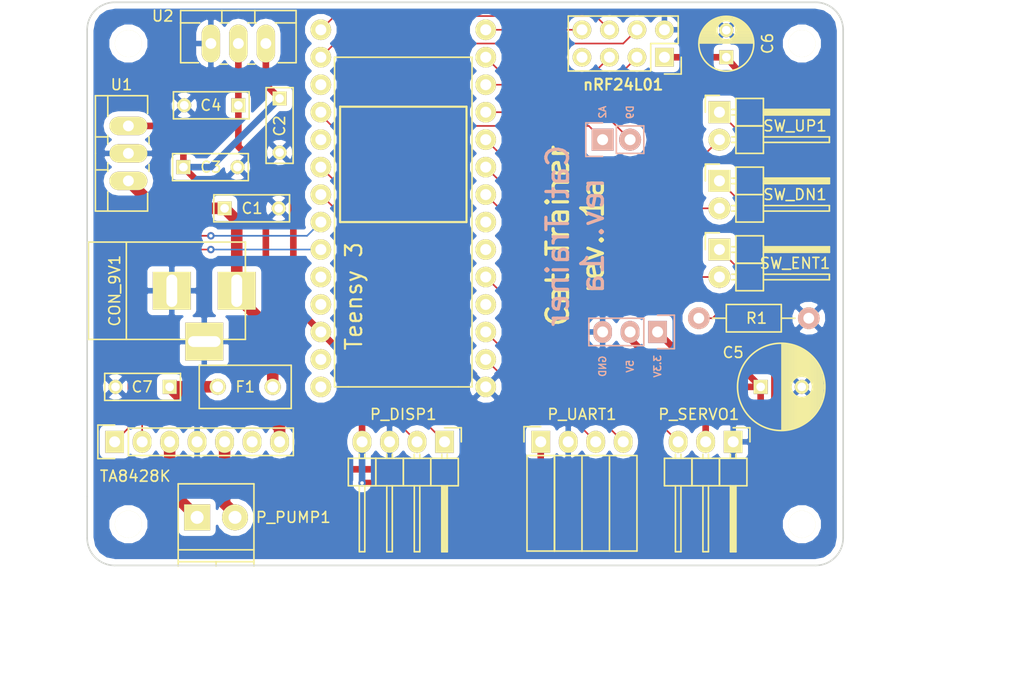
<source format=kicad_pcb>
(kicad_pcb (version 4) (host pcbnew 4.0.4-stable)

  (general
    (links 67)
    (no_connects 9)
    (area 94.687429 69.131 192.305715 135.415001)
    (thickness 1.6)
    (drawings 28)
    (tracks 121)
    (zones 0)
    (modules 28)
    (nets 28)
  )

  (page A4)
  (title_block
    (title "Teensy Base PCB")
    (rev 1a)
  )

  (layers
    (0 F.Cu signal)
    (31 B.Cu signal)
    (32 B.Adhes user)
    (33 F.Adhes user)
    (34 B.Paste user)
    (35 F.Paste user)
    (36 B.SilkS user)
    (37 F.SilkS user)
    (38 B.Mask user)
    (39 F.Mask user)
    (40 Dwgs.User user)
    (41 Cmts.User user)
    (42 Eco1.User user)
    (43 Eco2.User user)
    (44 Edge.Cuts user)
    (45 Margin user)
    (46 B.CrtYd user)
    (47 F.CrtYd user)
    (48 B.Fab user)
    (49 F.Fab user)
  )

  (setup
    (last_trace_width 0.1524)
    (trace_clearance 0.1524)
    (zone_clearance 0.508)
    (zone_45_only no)
    (trace_min 0.1524)
    (segment_width 0.2)
    (edge_width 0.15)
    (via_size 0.6858)
    (via_drill 0.3302)
    (via_min_size 0.6858)
    (via_min_drill 0.3302)
    (uvia_size 0.762)
    (uvia_drill 0.1)
    (uvias_allowed no)
    (uvia_min_size 0)
    (uvia_min_drill 0)
    (pcb_text_width 0.3)
    (pcb_text_size 1.5 1.5)
    (mod_edge_width 0.15)
    (mod_text_size 1 1)
    (mod_text_width 0.15)
    (pad_size 1.524 1.524)
    (pad_drill 0.762)
    (pad_to_mask_clearance 0.2)
    (aux_axis_origin 0 0)
    (visible_elements FFFFFF7F)
    (pcbplotparams
      (layerselection 0x00030_80000001)
      (usegerberextensions false)
      (excludeedgelayer true)
      (linewidth 0.100000)
      (plotframeref false)
      (viasonmask false)
      (mode 1)
      (useauxorigin false)
      (hpglpennumber 1)
      (hpglpenspeed 20)
      (hpglpendiameter 15)
      (hpglpenoverlay 2)
      (psnegative false)
      (psa4output false)
      (plotreference true)
      (plotvalue true)
      (plotinvisibletext false)
      (padsonsilk false)
      (subtractmaskfromsilk false)
      (outputformat 1)
      (mirror false)
      (drillshape 1)
      (scaleselection 1)
      (outputdirectory ""))
  )

  (net 0 "")
  (net 1 "Net-(P_UART1-Pad3)")
  (net 2 "Net-(P_UART1-Pad4)")
  (net 3 NC)
  (net 4 "Net-(U3-Pad10)")
  (net 5 "Net-(U3-Pad11)")
  (net 6 "Net-(U3-Pad12)")
  (net 7 "Net-(U3-Pad13)")
  (net 8 "Net-(U3-Pad14)")
  (net 9 "Net-(P_DISP1-Pad1)")
  (net 10 "Net-(P_DISP1-Pad2)")
  (net 11 GND)
  (net 12 +9V)
  (net 13 +5V)
  (net 14 +3.3V)
  (net 15 "Net-(SW_DN1-Pad2)")
  (net 16 "Net-(SW_ENT1-Pad2)")
  (net 17 "Net-(SW_UP1-Pad2)")
  (net 18 "Net-(R1-Pad1)")
  (net 19 ACC2)
  (net 20 ACC1)
  (net 21 "Net-(P_PUMP1-Pad2)")
  (net 22 "Net-(P_PUMP1-Pad1)")
  (net 23 "Net-(U3-Pad20)")
  (net 24 "Net-(U3-Pad21)")
  (net 25 "Net-(U5-Pad6)")
  (net 26 "Net-(C7-Pad1)")
  (net 27 "Net-(P_SERVO1-Pad3)")

  (net_class Default "This is the default net class."
    (clearance 0.1524)
    (trace_width 0.1524)
    (via_dia 0.6858)
    (via_drill 0.3302)
    (uvia_dia 0.762)
    (uvia_drill 0.1)
    (add_net ACC1)
    (add_net ACC2)
    (add_net NC)
    (add_net "Net-(P_DISP1-Pad1)")
    (add_net "Net-(P_DISP1-Pad2)")
    (add_net "Net-(P_SERVO1-Pad3)")
    (add_net "Net-(P_UART1-Pad3)")
    (add_net "Net-(P_UART1-Pad4)")
    (add_net "Net-(R1-Pad1)")
    (add_net "Net-(SW_DN1-Pad2)")
    (add_net "Net-(SW_ENT1-Pad2)")
    (add_net "Net-(SW_UP1-Pad2)")
    (add_net "Net-(U3-Pad10)")
    (add_net "Net-(U3-Pad11)")
    (add_net "Net-(U3-Pad12)")
    (add_net "Net-(U3-Pad13)")
    (add_net "Net-(U3-Pad14)")
    (add_net "Net-(U3-Pad20)")
    (add_net "Net-(U3-Pad21)")
    (add_net "Net-(U5-Pad6)")
  )

  (net_class Current ""
    (clearance 0.254)
    (trace_width 1.0668)
    (via_dia 0.6858)
    (via_drill 0.3302)
    (uvia_dia 0.762)
    (uvia_drill 0.1)
    (add_net +9V)
    (add_net "Net-(C7-Pad1)")
    (add_net "Net-(P_PUMP1-Pad1)")
    (add_net "Net-(P_PUMP1-Pad2)")
  )

  (net_class Power ""
    (clearance 0.1524)
    (trace_width 0.6096)
    (via_dia 0.9398)
    (via_drill 0.5842)
    (uvia_dia 0.762)
    (uvia_drill 0.1)
    (add_net +3.3V)
    (add_net +5V)
    (add_net GND)
  )

  (module Socket_Strips:Socket_Strip_Straight_2x04 (layer F.Cu) (tedit 58153747) (tstamp 5803F1BA)
    (at 156.21 74.93 180)
    (descr "Through hole socket strip")
    (tags "socket strip")
    (path /5803BF4C)
    (fp_text reference U4 (at 3.81 -2.54 180) (layer F.SilkS) hide
      (effects (font (size 1 1) (thickness 0.15)))
    )
    (fp_text value nRF24L01+ (at 3.175 4.445 180) (layer F.Fab)
      (effects (font (size 1 1) (thickness 0.15)))
    )
    (fp_line (start -1.75 -1.75) (end -1.75 4.3) (layer F.CrtYd) (width 0.05))
    (fp_line (start 9.4 -1.75) (end 9.4 4.3) (layer F.CrtYd) (width 0.05))
    (fp_line (start -1.75 -1.75) (end 9.4 -1.75) (layer F.CrtYd) (width 0.05))
    (fp_line (start -1.75 4.3) (end 9.4 4.3) (layer F.CrtYd) (width 0.05))
    (fp_line (start 1.27 -1.27) (end 8.89 -1.27) (layer F.SilkS) (width 0.15))
    (fp_line (start 8.89 -1.27) (end 8.89 3.81) (layer F.SilkS) (width 0.15))
    (fp_line (start 8.89 3.81) (end -1.27 3.81) (layer F.SilkS) (width 0.15))
    (fp_line (start -1.27 3.81) (end -1.27 1.27) (layer F.SilkS) (width 0.15))
    (fp_line (start 0 -1.55) (end -1.55 -1.55) (layer F.SilkS) (width 0.15))
    (fp_line (start -1.27 1.27) (end 1.27 1.27) (layer F.SilkS) (width 0.15))
    (fp_line (start 1.27 1.27) (end 1.27 -1.27) (layer F.SilkS) (width 0.15))
    (fp_line (start -1.55 -1.55) (end -1.55 0) (layer F.SilkS) (width 0.15))
    (pad 2 thru_hole rect (at 0 0 180) (size 1.7272 1.7272) (drill 1.016) (layers *.Cu *.Mask F.SilkS)
      (net 14 +3.3V))
    (pad 1 thru_hole oval (at 0 2.54 180) (size 1.7272 1.7272) (drill 1.016) (layers *.Cu *.Mask F.SilkS)
      (net 11 GND))
    (pad 4 thru_hole oval (at 2.54 0 180) (size 1.7272 1.7272) (drill 1.016) (layers *.Cu *.Mask F.SilkS)
      (net 4 "Net-(U3-Pad10)"))
    (pad 3 thru_hole oval (at 2.54 2.54 180) (size 1.7272 1.7272) (drill 1.016) (layers *.Cu *.Mask F.SilkS)
      (net 8 "Net-(U3-Pad14)"))
    (pad 6 thru_hole oval (at 5.08 0 180) (size 1.7272 1.7272) (drill 1.016) (layers *.Cu *.Mask F.SilkS)
      (net 5 "Net-(U3-Pad11)"))
    (pad 5 thru_hole oval (at 5.08 2.54 180) (size 1.7272 1.7272) (drill 1.016) (layers *.Cu *.Mask F.SilkS)
      (net 7 "Net-(U3-Pad13)"))
    (pad 8 thru_hole oval (at 7.62 0 180) (size 1.7272 1.7272) (drill 1.016) (layers *.Cu *.Mask F.SilkS)
      (net 3 NC))
    (pad 7 thru_hole oval (at 7.62 2.54 180) (size 1.7272 1.7272) (drill 1.016) (layers *.Cu *.Mask F.SilkS)
      (net 6 "Net-(U3-Pad12)"))
    (model Socket_Strips.3dshapes/Socket_Strip_Straight_2x04.wrl
      (at (xyz 0.15 -0.05 0))
      (scale (xyz 1 1 1))
      (rotate (xyz 0 0 180))
    )
  )

  (module lib:Teensy-3.1 (layer F.Cu) (tedit 58153795) (tstamp 5803F1AE)
    (at 139.7 102.87 90)
    (path /5803BE0B)
    (fp_text reference U3 (at 13.335 -7.62 180) (layer F.SilkS) hide
      (effects (font (size 1.5 1.5) (thickness 0.15)))
    )
    (fp_text value Teensy_3.2 (at 5.08 -2.54 90) (layer F.Fab)
      (effects (font (size 1.5 1.5) (thickness 0.15)))
    )
    (fp_line (start 27.94 -2.54) (end 27.94 -1.27) (layer F.SilkS) (width 0.15))
    (fp_line (start 27.94 -1.27) (end -2.54 -1.27) (layer F.SilkS) (width 0.15))
    (fp_line (start -2.54 -1.27) (end -2.54 -2.54) (layer F.SilkS) (width 0.15))
    (fp_line (start -2.54 -12.7) (end -2.54 -13.97) (layer F.SilkS) (width 0.15))
    (fp_line (start -2.54 -13.97) (end 27.94 -13.97) (layer F.SilkS) (width 0.15))
    (fp_line (start 27.94 -13.97) (end 27.94 -12.7) (layer F.SilkS) (width 0.15))
    (fp_line (start 27.94 -12.7) (end 27.94 -2.54) (layer F.SilkS) (width 0.15))
    (fp_line (start -2.54 -2.54) (end -2.54 -12.7) (layer F.SilkS) (width 0.15))
    (pad 0 thru_hole circle (at 0 0 90) (size 1.9 1.9) (drill 1.016) (layers *.Cu *.Mask F.SilkS)
      (net 1 "Net-(P_UART1-Pad3)"))
    (pad 1 thru_hole circle (at 2.54 0 90) (size 1.9 1.9) (drill 1.016) (layers *.Cu *.Mask F.SilkS)
      (net 2 "Net-(P_UART1-Pad4)"))
    (pad 2 thru_hole circle (at 5.08 0 90) (size 1.9 1.9) (drill 1.016) (layers *.Cu *.Mask F.SilkS)
      (net 3 NC))
    (pad 3 thru_hole circle (at 7.62 0 90) (size 1.9 1.9) (drill 1.016) (layers *.Cu *.Mask F.SilkS)
      (net 27 "Net-(P_SERVO1-Pad3)"))
    (pad 4 thru_hole circle (at 10.16 0 90) (size 1.9 1.9) (drill 1.016) (layers *.Cu *.Mask F.SilkS)
      (net 3 NC))
    (pad 5 thru_hole circle (at 12.7 0 90) (size 1.9 1.9) (drill 1.016) (layers *.Cu *.Mask F.SilkS)
      (net 3 NC))
    (pad 6 thru_hole circle (at 15.24 0 90) (size 1.9 1.9) (drill 1.016) (layers *.Cu *.Mask F.SilkS)
      (net 16 "Net-(SW_ENT1-Pad2)"))
    (pad 7 thru_hole circle (at 17.78 0 90) (size 1.9 1.9) (drill 1.016) (layers *.Cu *.Mask F.SilkS)
      (net 15 "Net-(SW_DN1-Pad2)"))
    (pad 8 thru_hole circle (at 20.32 0 90) (size 1.9 1.9) (drill 1.016) (layers *.Cu *.Mask F.SilkS)
      (net 17 "Net-(SW_UP1-Pad2)"))
    (pad 9 thru_hole circle (at 22.86 0 90) (size 1.9 1.9) (drill 1.016) (layers *.Cu *.Mask F.SilkS)
      (net 20 ACC1))
    (pad 10 thru_hole circle (at 25.4 0 90) (size 1.9 1.9) (drill 1.016) (layers *.Cu *.Mask F.SilkS)
      (net 4 "Net-(U3-Pad10)"))
    (pad 11 thru_hole circle (at 27.94 0 90) (size 1.9 1.9) (drill 1.016) (layers *.Cu *.Mask F.SilkS)
      (net 5 "Net-(U3-Pad11)"))
    (pad 12 thru_hole circle (at 30.48 0 90) (size 1.9 1.9) (drill 1.016) (layers *.Cu *.Mask F.SilkS)
      (net 6 "Net-(U3-Pad12)"))
    (pad 13 thru_hole circle (at 30.48 -15.24 90) (size 1.9 1.9) (drill 1.016) (layers *.Cu *.Mask F.SilkS)
      (net 7 "Net-(U3-Pad13)"))
    (pad 14 thru_hole circle (at 27.94 -15.24 90) (size 1.9 1.9) (drill 1.016) (layers *.Cu *.Mask F.SilkS)
      (net 8 "Net-(U3-Pad14)"))
    (pad 15 thru_hole circle (at 25.4 -15.24 90) (size 1.9 1.9) (drill 1.016) (layers *.Cu *.Mask F.SilkS)
      (net 3 NC))
    (pad 16 thru_hole circle (at 22.86 -15.24 90) (size 1.9 1.9) (drill 1.016) (layers *.Cu *.Mask F.SilkS)
      (net 19 ACC2))
    (pad 17 thru_hole circle (at 20.32 -15.24 90) (size 1.9 1.9) (drill 1.016) (layers *.Cu *.Mask F.SilkS)
      (net 3 NC))
    (pad 18 thru_hole circle (at 17.78 -15.24 90) (size 1.9 1.9) (drill 1.016) (layers *.Cu *.Mask F.SilkS)
      (net 9 "Net-(P_DISP1-Pad1)"))
    (pad 19 thru_hole circle (at 15.24 -15.24 90) (size 1.9 1.9) (drill 1.016) (layers *.Cu *.Mask F.SilkS)
      (net 10 "Net-(P_DISP1-Pad2)"))
    (pad 20 thru_hole circle (at 12.7 -15.24 90) (size 1.9 1.9) (drill 1.016) (layers *.Cu *.Mask F.SilkS)
      (net 23 "Net-(U3-Pad20)"))
    (pad 21 thru_hole circle (at 10.16 -15.24 90) (size 1.9 1.9) (drill 1.016) (layers *.Cu *.Mask F.SilkS)
      (net 24 "Net-(U3-Pad21)"))
    (pad 22 thru_hole circle (at 7.62 -15.24 90) (size 1.9 1.9) (drill 1.016) (layers *.Cu *.Mask F.SilkS)
      (net 3 NC))
    (pad 23 thru_hole circle (at 5.08 -15.24 90) (size 1.9 1.9) (drill 1.016) (layers *.Cu *.Mask F.SilkS)
      (net 3 NC))
    (pad 24 thru_hole circle (at 2.54 -15.24 90) (size 1.9 1.9) (drill 1.016) (layers *.Cu *.Mask F.SilkS)
      (net 14 +3.3V))
    (pad 25 thru_hole circle (at 0 -15.24 90) (size 1.9 1.9) (drill 1.016) (layers *.Cu *.Mask F.SilkS)
      (net 3 NC))
    (pad 26 thru_hole circle (at -2.54 -15.24 90) (size 1.9 1.9) (drill 1.016) (layers *.Cu *.Mask F.SilkS)
      (net 3 NC))
    (pad 27 thru_hole circle (at -2.54 0 90) (size 1.9 1.9) (drill 1.016) (layers *.Cu *.Mask F.SilkS)
      (net 11 GND))
  )

  (module Mounting_Holes:MountingHole_2.5mm (layer F.Cu) (tedit 5815377E) (tstamp 5804FEDB)
    (at 168.91 118.11)
    (descr "Mounting Hole 2.5mm, no annular")
    (tags "mounting hole 2.5mm no annular")
    (fp_text reference REF** (at 0 -3.5) (layer F.SilkS) hide
      (effects (font (size 1 1) (thickness 0.15)))
    )
    (fp_text value MountingHole_2.5mm (at 3.175 3.175) (layer F.Fab)
      (effects (font (size 1 1) (thickness 0.15)))
    )
    (fp_circle (center 0 0) (end 2.5 0) (layer Cmts.User) (width 0.15))
    (fp_circle (center 0 0) (end 2.75 0) (layer F.CrtYd) (width 0.05))
    (pad 1 np_thru_hole circle (at 0 0) (size 2.5 2.5) (drill 2.5) (layers *.Cu *.Mask F.SilkS))
  )

  (module Mounting_Holes:MountingHole_2.5mm locked (layer F.Cu) (tedit 58153789) (tstamp 5804FDEE)
    (at 168.91 73.66)
    (descr "Mounting Hole 2.5mm, no annular")
    (tags "mounting hole 2.5mm no annular")
    (fp_text reference REF** (at 0 -3.5) (layer F.SilkS) hide
      (effects (font (size 1 1) (thickness 0.15)))
    )
    (fp_text value MountingHole_2.5mm (at 1.905 -3.175) (layer F.Fab)
      (effects (font (size 1 1) (thickness 0.15)))
    )
    (fp_circle (center 0 0) (end 2.5 0) (layer Cmts.User) (width 0.15))
    (fp_circle (center 0 0) (end 2.75 0) (layer F.CrtYd) (width 0.05))
    (pad 1 np_thru_hole circle (at 0 0) (size 2.5 2.5) (drill 2.5) (layers *.Cu *.Mask F.SilkS))
  )

  (module Mounting_Holes:MountingHole_2.5mm (layer F.Cu) (tedit 58153776) (tstamp 5804FDC5)
    (at 106.68 118.11)
    (descr "Mounting Hole 2.5mm, no annular")
    (tags "mounting hole 2.5mm no annular")
    (fp_text reference REF** (at 0 -3.5) (layer F.SilkS) hide
      (effects (font (size 1 1) (thickness 0.15)))
    )
    (fp_text value MountingHole_2.5mm (at -3.81 2.54) (layer F.Fab)
      (effects (font (size 1 1) (thickness 0.15)))
    )
    (fp_circle (center 0 0) (end 2.5 0) (layer Cmts.User) (width 0.15))
    (fp_circle (center 0 0) (end 2.75 0) (layer F.CrtYd) (width 0.05))
    (pad 1 np_thru_hole circle (at 0 0) (size 2.5 2.5) (drill 2.5) (layers *.Cu *.Mask F.SilkS))
  )

  (module Connect:BARREL_JACK (layer F.Cu) (tedit 581536D2) (tstamp 5803F11B)
    (at 110.49 96.52)
    (descr "DC Barrel Jack")
    (tags "Power Jack")
    (path /5803E29C)
    (fp_text reference CON_9V1 (at -5.08 0 90) (layer F.SilkS)
      (effects (font (size 1 1) (thickness 0.15)))
    )
    (fp_text value BARREL_JACK (at 0 -3.175) (layer F.Fab)
      (effects (font (size 1 1) (thickness 0.15)))
    )
    (fp_line (start -4.0005 -4.50088) (end -4.0005 4.50088) (layer F.SilkS) (width 0.15))
    (fp_line (start -7.50062 -4.50088) (end -7.50062 4.50088) (layer F.SilkS) (width 0.15))
    (fp_line (start -7.50062 4.50088) (end 7.00024 4.50088) (layer F.SilkS) (width 0.15))
    (fp_line (start 7.00024 4.50088) (end 7.00024 -4.50088) (layer F.SilkS) (width 0.15))
    (fp_line (start 7.00024 -4.50088) (end -7.50062 -4.50088) (layer F.SilkS) (width 0.15))
    (pad 1 thru_hole rect (at 6.20014 0) (size 3.50012 3.50012) (drill oval 1.00076 2.99974) (layers *.Cu *.Mask F.SilkS)
      (net 12 +9V))
    (pad 2 thru_hole rect (at 0.20066 0) (size 3.50012 3.50012) (drill oval 1.00076 2.99974) (layers *.Cu *.Mask F.SilkS)
      (net 11 GND))
    (pad 3 thru_hole rect (at 3.2004 4.699) (size 3.50012 3.50012) (drill oval 2.99974 1.00076) (layers *.Cu *.Mask F.SilkS)
      (net 11 GND))
  )

  (module Pin_Headers:Pin_Header_Angled_1x03 (layer F.Cu) (tedit 58153BD5) (tstamp 5804082A)
    (at 162.56 110.49 270)
    (descr "Through hole pin header")
    (tags "pin header")
    (path /580427F1)
    (fp_text reference P_SERVO1 (at -2.54 3.175 360) (layer F.SilkS)
      (effects (font (size 1 1) (thickness 0.15)))
    )
    (fp_text value CONN_01X03 (at 4.445 -2.54 270) (layer F.Fab)
      (effects (font (size 1 1) (thickness 0.15)))
    )
    (fp_line (start -1.5 -1.75) (end -1.5 6.85) (layer F.CrtYd) (width 0.05))
    (fp_line (start 10.65 -1.75) (end 10.65 6.85) (layer F.CrtYd) (width 0.05))
    (fp_line (start -1.5 -1.75) (end 10.65 -1.75) (layer F.CrtYd) (width 0.05))
    (fp_line (start -1.5 6.85) (end 10.65 6.85) (layer F.CrtYd) (width 0.05))
    (fp_line (start -1.3 -1.55) (end -1.3 0) (layer F.SilkS) (width 0.15))
    (fp_line (start 0 -1.55) (end -1.3 -1.55) (layer F.SilkS) (width 0.15))
    (fp_line (start 4.191 -0.127) (end 10.033 -0.127) (layer F.SilkS) (width 0.15))
    (fp_line (start 10.033 -0.127) (end 10.033 0.127) (layer F.SilkS) (width 0.15))
    (fp_line (start 10.033 0.127) (end 4.191 0.127) (layer F.SilkS) (width 0.15))
    (fp_line (start 4.191 0.127) (end 4.191 0) (layer F.SilkS) (width 0.15))
    (fp_line (start 4.191 0) (end 10.033 0) (layer F.SilkS) (width 0.15))
    (fp_line (start 1.524 -0.254) (end 1.143 -0.254) (layer F.SilkS) (width 0.15))
    (fp_line (start 1.524 0.254) (end 1.143 0.254) (layer F.SilkS) (width 0.15))
    (fp_line (start 1.524 2.286) (end 1.143 2.286) (layer F.SilkS) (width 0.15))
    (fp_line (start 1.524 2.794) (end 1.143 2.794) (layer F.SilkS) (width 0.15))
    (fp_line (start 1.524 4.826) (end 1.143 4.826) (layer F.SilkS) (width 0.15))
    (fp_line (start 1.524 5.334) (end 1.143 5.334) (layer F.SilkS) (width 0.15))
    (fp_line (start 4.064 1.27) (end 4.064 -1.27) (layer F.SilkS) (width 0.15))
    (fp_line (start 10.16 0.254) (end 4.064 0.254) (layer F.SilkS) (width 0.15))
    (fp_line (start 10.16 -0.254) (end 10.16 0.254) (layer F.SilkS) (width 0.15))
    (fp_line (start 4.064 -0.254) (end 10.16 -0.254) (layer F.SilkS) (width 0.15))
    (fp_line (start 1.524 1.27) (end 4.064 1.27) (layer F.SilkS) (width 0.15))
    (fp_line (start 1.524 -1.27) (end 1.524 1.27) (layer F.SilkS) (width 0.15))
    (fp_line (start 1.524 -1.27) (end 4.064 -1.27) (layer F.SilkS) (width 0.15))
    (fp_line (start 1.524 3.81) (end 4.064 3.81) (layer F.SilkS) (width 0.15))
    (fp_line (start 1.524 3.81) (end 1.524 6.35) (layer F.SilkS) (width 0.15))
    (fp_line (start 4.064 4.826) (end 10.16 4.826) (layer F.SilkS) (width 0.15))
    (fp_line (start 10.16 4.826) (end 10.16 5.334) (layer F.SilkS) (width 0.15))
    (fp_line (start 10.16 5.334) (end 4.064 5.334) (layer F.SilkS) (width 0.15))
    (fp_line (start 4.064 6.35) (end 4.064 3.81) (layer F.SilkS) (width 0.15))
    (fp_line (start 4.064 3.81) (end 4.064 1.27) (layer F.SilkS) (width 0.15))
    (fp_line (start 10.16 2.794) (end 4.064 2.794) (layer F.SilkS) (width 0.15))
    (fp_line (start 10.16 2.286) (end 10.16 2.794) (layer F.SilkS) (width 0.15))
    (fp_line (start 4.064 2.286) (end 10.16 2.286) (layer F.SilkS) (width 0.15))
    (fp_line (start 1.524 3.81) (end 4.064 3.81) (layer F.SilkS) (width 0.15))
    (fp_line (start 1.524 1.27) (end 1.524 3.81) (layer F.SilkS) (width 0.15))
    (fp_line (start 1.524 1.27) (end 4.064 1.27) (layer F.SilkS) (width 0.15))
    (fp_line (start 1.524 6.35) (end 4.064 6.35) (layer F.SilkS) (width 0.15))
    (pad 1 thru_hole rect (at 0 0 270) (size 2.032 1.7272) (drill 1.016) (layers *.Cu *.Mask F.SilkS)
      (net 11 GND))
    (pad 2 thru_hole oval (at 0 2.54 270) (size 2.032 1.7272) (drill 1.016) (layers *.Cu *.Mask F.SilkS)
      (net 13 +5V))
    (pad 3 thru_hole oval (at 0 5.08 270) (size 2.032 1.7272) (drill 1.016) (layers *.Cu *.Mask F.SilkS)
      (net 27 "Net-(P_SERVO1-Pad3)"))
    (model Pin_Headers.3dshapes/Pin_Header_Angled_1x03.wrl
      (at (xyz 0 -0.1 0))
      (scale (xyz 1 1 1))
      (rotate (xyz 0 0 90))
    )
  )

  (module Socket_Strips:Socket_Strip_Angled_1x04 (layer F.Cu) (tedit 581536FD) (tstamp 58040830)
    (at 144.78 110.49)
    (descr "Through hole socket strip")
    (tags "socket strip")
    (path /5803DF02)
    (fp_text reference P_UART1 (at 3.81 -2.54) (layer F.SilkS)
      (effects (font (size 1 1) (thickness 0.15)))
    )
    (fp_text value CONN_01X04 (at -2.54 4.445 90) (layer F.Fab)
      (effects (font (size 1 1) (thickness 0.15)))
    )
    (fp_line (start -1.75 -1.5) (end -1.75 10.6) (layer F.CrtYd) (width 0.05))
    (fp_line (start 9.4 -1.5) (end 9.4 10.6) (layer F.CrtYd) (width 0.05))
    (fp_line (start -1.75 -1.5) (end 9.4 -1.5) (layer F.CrtYd) (width 0.05))
    (fp_line (start -1.75 10.6) (end 9.4 10.6) (layer F.CrtYd) (width 0.05))
    (fp_line (start 8.89 10.1) (end 8.89 1.27) (layer F.SilkS) (width 0.15))
    (fp_line (start 6.35 10.1) (end 8.89 10.1) (layer F.SilkS) (width 0.15))
    (fp_line (start 6.35 1.27) (end 8.89 1.27) (layer F.SilkS) (width 0.15))
    (fp_line (start 3.81 1.27) (end 6.35 1.27) (layer F.SilkS) (width 0.15))
    (fp_line (start 3.81 10.1) (end 6.35 10.1) (layer F.SilkS) (width 0.15))
    (fp_line (start 6.35 10.1) (end 6.35 1.27) (layer F.SilkS) (width 0.15))
    (fp_line (start 3.81 10.1) (end 3.81 1.27) (layer F.SilkS) (width 0.15))
    (fp_line (start 1.27 10.1) (end 3.81 10.1) (layer F.SilkS) (width 0.15))
    (fp_line (start 1.27 1.27) (end 1.27 10.1) (layer F.SilkS) (width 0.15))
    (fp_line (start 1.27 1.27) (end 3.81 1.27) (layer F.SilkS) (width 0.15))
    (fp_line (start -1.27 1.27) (end 1.27 1.27) (layer F.SilkS) (width 0.15))
    (fp_line (start 0 -1.4) (end -1.55 -1.4) (layer F.SilkS) (width 0.15))
    (fp_line (start -1.55 -1.4) (end -1.55 0) (layer F.SilkS) (width 0.15))
    (fp_line (start -1.27 1.27) (end -1.27 10.1) (layer F.SilkS) (width 0.15))
    (fp_line (start -1.27 10.1) (end 1.27 10.1) (layer F.SilkS) (width 0.15))
    (fp_line (start 1.27 10.1) (end 1.27 1.27) (layer F.SilkS) (width 0.15))
    (pad 1 thru_hole rect (at 0 0) (size 1.7272 2.032) (drill 1.016) (layers *.Cu *.Mask F.SilkS)
      (net 13 +5V))
    (pad 2 thru_hole oval (at 2.54 0) (size 1.7272 2.032) (drill 1.016) (layers *.Cu *.Mask F.SilkS)
      (net 11 GND))
    (pad 3 thru_hole oval (at 5.08 0) (size 1.7272 2.032) (drill 1.016) (layers *.Cu *.Mask F.SilkS)
      (net 1 "Net-(P_UART1-Pad3)"))
    (pad 4 thru_hole oval (at 7.62 0) (size 1.7272 2.032) (drill 1.016) (layers *.Cu *.Mask F.SilkS)
      (net 2 "Net-(P_UART1-Pad4)"))
    (model Socket_Strips.3dshapes/Socket_Strip_Angled_1x04.wrl
      (at (xyz 0.15 0 0))
      (scale (xyz 1 1 1))
      (rotate (xyz 0 0 180))
    )
  )

  (module Mounting_Holes:MountingHole_2.5mm locked (layer F.Cu) (tedit 581536B8) (tstamp 5804FD84)
    (at 106.68 73.66)
    (descr "Mounting Hole 2.5mm, no annular")
    (tags "mounting hole 2.5mm no annular")
    (fp_text reference REF** (at 0 -3.5) (layer F.SilkS) hide
      (effects (font (size 1 1) (thickness 0.15)))
    )
    (fp_text value MountingHole_2.5mm (at -3.175 -2.54) (layer F.Fab)
      (effects (font (size 1 1) (thickness 0.15)))
    )
    (fp_circle (center 0 0) (end 2.5 0) (layer Cmts.User) (width 0.15))
    (fp_circle (center 0 0) (end 2.75 0) (layer F.CrtYd) (width 0.05))
    (pad 1 np_thru_hole circle (at 0 0) (size 2.5 2.5) (drill 2.5) (layers *.Cu *.Mask F.SilkS))
  )

  (module TO_SOT_Packages_THT:TO-220_Neutral123_Vertical_LargePads (layer F.Cu) (tedit 58153691) (tstamp 58050827)
    (at 106.68 83.82 90)
    (descr "TO-220, Neutral, Vertical, Large Pads,")
    (tags "TO-220, Neutral, Vertical, Large Pads,")
    (path /5803C030)
    (fp_text reference U1 (at 6.35 -0.635 180) (layer F.SilkS)
      (effects (font (size 1 1) (thickness 0.15)))
    )
    (fp_text value LM7805CT (at 0 -2.54 90) (layer F.Fab)
      (effects (font (size 1 1) (thickness 0.15)))
    )
    (fp_line (start 5.334 -1.905) (end 3.429 -1.905) (layer F.SilkS) (width 0.15))
    (fp_line (start 0.889 -1.905) (end 1.651 -1.905) (layer F.SilkS) (width 0.15))
    (fp_line (start -1.524 -1.905) (end -1.651 -1.905) (layer F.SilkS) (width 0.15))
    (fp_line (start -1.524 -1.905) (end -0.889 -1.905) (layer F.SilkS) (width 0.15))
    (fp_line (start -5.334 -1.905) (end -3.556 -1.905) (layer F.SilkS) (width 0.15))
    (fp_line (start -5.334 1.778) (end -3.683 1.778) (layer F.SilkS) (width 0.15))
    (fp_line (start -1.016 1.905) (end -1.651 1.905) (layer F.SilkS) (width 0.15))
    (fp_line (start 1.524 1.905) (end 0.889 1.905) (layer F.SilkS) (width 0.15))
    (fp_line (start 5.334 1.778) (end 3.683 1.778) (layer F.SilkS) (width 0.15))
    (fp_line (start -1.524 -3.048) (end -1.524 -1.905) (layer F.SilkS) (width 0.15))
    (fp_line (start 1.524 -3.048) (end 1.524 -1.905) (layer F.SilkS) (width 0.15))
    (fp_line (start 5.334 -1.905) (end 5.334 1.778) (layer F.SilkS) (width 0.15))
    (fp_line (start -5.334 1.778) (end -5.334 -1.905) (layer F.SilkS) (width 0.15))
    (fp_line (start 5.334 -3.048) (end 5.334 -1.905) (layer F.SilkS) (width 0.15))
    (fp_line (start -5.334 -1.905) (end -5.334 -3.048) (layer F.SilkS) (width 0.15))
    (fp_line (start 0 -3.048) (end -5.334 -3.048) (layer F.SilkS) (width 0.15))
    (fp_line (start 0 -3.048) (end 5.334 -3.048) (layer F.SilkS) (width 0.15))
    (pad 2 thru_hole oval (at 0 0 180) (size 3.50012 1.69926) (drill 1.00076) (layers *.Cu *.Mask F.SilkS)
      (net 11 GND))
    (pad 1 thru_hole oval (at -2.54 0 180) (size 3.50012 1.69926) (drill 1.00076) (layers *.Cu *.Mask F.SilkS)
      (net 12 +9V))
    (pad 3 thru_hole oval (at 2.54 0 180) (size 3.50012 1.69926) (drill 1.00076) (layers *.Cu *.Mask F.SilkS)
      (net 13 +5V))
    (model TO_SOT_Packages_THT.3dshapes/TO-220_Neutral123_Vertical_LargePads.wrl
      (at (xyz 0 0 0))
      (scale (xyz 0.3937 0.3937 0.3937))
      (rotate (xyz 0 0 0))
    )
  )

  (module TO_SOT_Packages_THT:TO-220_Neutral123_Vertical_LargePads (layer F.Cu) (tedit 5815369B) (tstamp 5805082D)
    (at 116.84 73.66)
    (descr "TO-220, Neutral, Vertical, Large Pads,")
    (tags "TO-220, Neutral, Vertical, Large Pads,")
    (path /5804540F)
    (fp_text reference U2 (at -6.985 -2.54) (layer F.SilkS)
      (effects (font (size 1 1) (thickness 0.15)))
    )
    (fp_text value LD1117V33 (at 0 -2.54) (layer F.Fab)
      (effects (font (size 1 1) (thickness 0.15)))
    )
    (fp_line (start 5.334 -1.905) (end 3.429 -1.905) (layer F.SilkS) (width 0.15))
    (fp_line (start 0.889 -1.905) (end 1.651 -1.905) (layer F.SilkS) (width 0.15))
    (fp_line (start -1.524 -1.905) (end -1.651 -1.905) (layer F.SilkS) (width 0.15))
    (fp_line (start -1.524 -1.905) (end -0.889 -1.905) (layer F.SilkS) (width 0.15))
    (fp_line (start -5.334 -1.905) (end -3.556 -1.905) (layer F.SilkS) (width 0.15))
    (fp_line (start -5.334 1.778) (end -3.683 1.778) (layer F.SilkS) (width 0.15))
    (fp_line (start -1.016 1.905) (end -1.651 1.905) (layer F.SilkS) (width 0.15))
    (fp_line (start 1.524 1.905) (end 0.889 1.905) (layer F.SilkS) (width 0.15))
    (fp_line (start 5.334 1.778) (end 3.683 1.778) (layer F.SilkS) (width 0.15))
    (fp_line (start -1.524 -3.048) (end -1.524 -1.905) (layer F.SilkS) (width 0.15))
    (fp_line (start 1.524 -3.048) (end 1.524 -1.905) (layer F.SilkS) (width 0.15))
    (fp_line (start 5.334 -1.905) (end 5.334 1.778) (layer F.SilkS) (width 0.15))
    (fp_line (start -5.334 1.778) (end -5.334 -1.905) (layer F.SilkS) (width 0.15))
    (fp_line (start 5.334 -3.048) (end 5.334 -1.905) (layer F.SilkS) (width 0.15))
    (fp_line (start -5.334 -1.905) (end -5.334 -3.048) (layer F.SilkS) (width 0.15))
    (fp_line (start 0 -3.048) (end -5.334 -3.048) (layer F.SilkS) (width 0.15))
    (fp_line (start 0 -3.048) (end 5.334 -3.048) (layer F.SilkS) (width 0.15))
    (pad 2 thru_hole oval (at 0 0 90) (size 3.50012 1.69926) (drill 1.00076) (layers *.Cu *.Mask F.SilkS)
      (net 14 +3.3V))
    (pad 1 thru_hole oval (at -2.54 0 90) (size 3.50012 1.69926) (drill 1.00076) (layers *.Cu *.Mask F.SilkS)
      (net 11 GND))
    (pad 3 thru_hole oval (at 2.54 0 90) (size 3.50012 1.69926) (drill 1.00076) (layers *.Cu *.Mask F.SilkS)
      (net 13 +5V))
    (model TO_SOT_Packages_THT.3dshapes/TO-220_Neutral123_Vertical_LargePads.wrl
      (at (xyz 0 0 0))
      (scale (xyz 0.3937 0.3937 0.3937))
      (rotate (xyz 0 0 0))
    )
  )

  (module Pin_Headers:Pin_Header_Angled_1x04 (layer F.Cu) (tedit 581536F4) (tstamp 58053BC5)
    (at 135.89 110.49 270)
    (descr "Through hole pin header")
    (tags "pin header")
    (path /58041686)
    (fp_text reference P_DISP1 (at -2.54 3.81 360) (layer F.SilkS)
      (effects (font (size 1 1) (thickness 0.15)))
    )
    (fp_text value CONN_01X04 (at 4.445 -1.905 270) (layer F.Fab)
      (effects (font (size 1 1) (thickness 0.15)))
    )
    (fp_line (start -1.5 -1.75) (end -1.5 9.4) (layer F.CrtYd) (width 0.05))
    (fp_line (start 10.65 -1.75) (end 10.65 9.4) (layer F.CrtYd) (width 0.05))
    (fp_line (start -1.5 -1.75) (end 10.65 -1.75) (layer F.CrtYd) (width 0.05))
    (fp_line (start -1.5 9.4) (end 10.65 9.4) (layer F.CrtYd) (width 0.05))
    (fp_line (start -1.3 -1.55) (end -1.3 0) (layer F.SilkS) (width 0.15))
    (fp_line (start 0 -1.55) (end -1.3 -1.55) (layer F.SilkS) (width 0.15))
    (fp_line (start 4.191 -0.127) (end 10.033 -0.127) (layer F.SilkS) (width 0.15))
    (fp_line (start 10.033 -0.127) (end 10.033 0.127) (layer F.SilkS) (width 0.15))
    (fp_line (start 10.033 0.127) (end 4.191 0.127) (layer F.SilkS) (width 0.15))
    (fp_line (start 4.191 0.127) (end 4.191 0) (layer F.SilkS) (width 0.15))
    (fp_line (start 4.191 0) (end 10.033 0) (layer F.SilkS) (width 0.15))
    (fp_line (start 1.524 -0.254) (end 1.143 -0.254) (layer F.SilkS) (width 0.15))
    (fp_line (start 1.524 0.254) (end 1.143 0.254) (layer F.SilkS) (width 0.15))
    (fp_line (start 1.524 2.286) (end 1.143 2.286) (layer F.SilkS) (width 0.15))
    (fp_line (start 1.524 2.794) (end 1.143 2.794) (layer F.SilkS) (width 0.15))
    (fp_line (start 1.524 4.826) (end 1.143 4.826) (layer F.SilkS) (width 0.15))
    (fp_line (start 1.524 5.334) (end 1.143 5.334) (layer F.SilkS) (width 0.15))
    (fp_line (start 1.524 7.874) (end 1.143 7.874) (layer F.SilkS) (width 0.15))
    (fp_line (start 1.524 7.366) (end 1.143 7.366) (layer F.SilkS) (width 0.15))
    (fp_line (start 1.524 -1.27) (end 4.064 -1.27) (layer F.SilkS) (width 0.15))
    (fp_line (start 1.524 1.27) (end 4.064 1.27) (layer F.SilkS) (width 0.15))
    (fp_line (start 1.524 1.27) (end 1.524 3.81) (layer F.SilkS) (width 0.15))
    (fp_line (start 1.524 3.81) (end 4.064 3.81) (layer F.SilkS) (width 0.15))
    (fp_line (start 4.064 2.286) (end 10.16 2.286) (layer F.SilkS) (width 0.15))
    (fp_line (start 10.16 2.286) (end 10.16 2.794) (layer F.SilkS) (width 0.15))
    (fp_line (start 10.16 2.794) (end 4.064 2.794) (layer F.SilkS) (width 0.15))
    (fp_line (start 4.064 3.81) (end 4.064 1.27) (layer F.SilkS) (width 0.15))
    (fp_line (start 4.064 1.27) (end 4.064 -1.27) (layer F.SilkS) (width 0.15))
    (fp_line (start 10.16 0.254) (end 4.064 0.254) (layer F.SilkS) (width 0.15))
    (fp_line (start 10.16 -0.254) (end 10.16 0.254) (layer F.SilkS) (width 0.15))
    (fp_line (start 4.064 -0.254) (end 10.16 -0.254) (layer F.SilkS) (width 0.15))
    (fp_line (start 1.524 1.27) (end 4.064 1.27) (layer F.SilkS) (width 0.15))
    (fp_line (start 1.524 -1.27) (end 1.524 1.27) (layer F.SilkS) (width 0.15))
    (fp_line (start 1.524 6.35) (end 4.064 6.35) (layer F.SilkS) (width 0.15))
    (fp_line (start 1.524 6.35) (end 1.524 8.89) (layer F.SilkS) (width 0.15))
    (fp_line (start 1.524 8.89) (end 4.064 8.89) (layer F.SilkS) (width 0.15))
    (fp_line (start 4.064 7.366) (end 10.16 7.366) (layer F.SilkS) (width 0.15))
    (fp_line (start 10.16 7.366) (end 10.16 7.874) (layer F.SilkS) (width 0.15))
    (fp_line (start 10.16 7.874) (end 4.064 7.874) (layer F.SilkS) (width 0.15))
    (fp_line (start 4.064 8.89) (end 4.064 6.35) (layer F.SilkS) (width 0.15))
    (fp_line (start 4.064 6.35) (end 4.064 3.81) (layer F.SilkS) (width 0.15))
    (fp_line (start 10.16 5.334) (end 4.064 5.334) (layer F.SilkS) (width 0.15))
    (fp_line (start 10.16 4.826) (end 10.16 5.334) (layer F.SilkS) (width 0.15))
    (fp_line (start 4.064 4.826) (end 10.16 4.826) (layer F.SilkS) (width 0.15))
    (fp_line (start 1.524 6.35) (end 4.064 6.35) (layer F.SilkS) (width 0.15))
    (fp_line (start 1.524 3.81) (end 1.524 6.35) (layer F.SilkS) (width 0.15))
    (fp_line (start 1.524 3.81) (end 4.064 3.81) (layer F.SilkS) (width 0.15))
    (pad 1 thru_hole rect (at 0 0 270) (size 2.032 1.7272) (drill 1.016) (layers *.Cu *.Mask F.SilkS)
      (net 9 "Net-(P_DISP1-Pad1)"))
    (pad 2 thru_hole oval (at 0 2.54 270) (size 2.032 1.7272) (drill 1.016) (layers *.Cu *.Mask F.SilkS)
      (net 10 "Net-(P_DISP1-Pad2)"))
    (pad 3 thru_hole oval (at 0 5.08 270) (size 2.032 1.7272) (drill 1.016) (layers *.Cu *.Mask F.SilkS)
      (net 11 GND))
    (pad 4 thru_hole oval (at 0 7.62 270) (size 2.032 1.7272) (drill 1.016) (layers *.Cu *.Mask F.SilkS)
      (net 14 +3.3V))
    (model Pin_Headers.3dshapes/Pin_Header_Angled_1x04.wrl
      (at (xyz 0 -0.15 0))
      (scale (xyz 1 1 1))
      (rotate (xyz 0 0 90))
    )
  )

  (module Pin_Headers:Pin_Header_Angled_1x02 (layer F.Cu) (tedit 58153720) (tstamp 58053BD6)
    (at 161.29 86.36)
    (descr "Through hole pin header")
    (tags "pin header")
    (path /5803D88E)
    (fp_text reference SW_DN1 (at 6.985 1.27) (layer F.SilkS)
      (effects (font (size 1 1) (thickness 0.15)))
    )
    (fp_text value SW_PUSH (at 6.985 -0.635) (layer F.Fab)
      (effects (font (size 1 1) (thickness 0.15)))
    )
    (fp_line (start -1.5 -1.75) (end -1.5 4.3) (layer F.CrtYd) (width 0.05))
    (fp_line (start 10.65 -1.75) (end 10.65 4.3) (layer F.CrtYd) (width 0.05))
    (fp_line (start -1.5 -1.75) (end 10.65 -1.75) (layer F.CrtYd) (width 0.05))
    (fp_line (start -1.5 4.3) (end 10.65 4.3) (layer F.CrtYd) (width 0.05))
    (fp_line (start -1.3 -1.55) (end -1.3 0) (layer F.SilkS) (width 0.15))
    (fp_line (start 0 -1.55) (end -1.3 -1.55) (layer F.SilkS) (width 0.15))
    (fp_line (start 4.191 -0.127) (end 10.033 -0.127) (layer F.SilkS) (width 0.15))
    (fp_line (start 10.033 -0.127) (end 10.033 0.127) (layer F.SilkS) (width 0.15))
    (fp_line (start 10.033 0.127) (end 4.191 0.127) (layer F.SilkS) (width 0.15))
    (fp_line (start 4.191 0.127) (end 4.191 0) (layer F.SilkS) (width 0.15))
    (fp_line (start 4.191 0) (end 10.033 0) (layer F.SilkS) (width 0.15))
    (fp_line (start 1.524 -0.254) (end 1.143 -0.254) (layer F.SilkS) (width 0.15))
    (fp_line (start 1.524 0.254) (end 1.143 0.254) (layer F.SilkS) (width 0.15))
    (fp_line (start 1.524 2.286) (end 1.143 2.286) (layer F.SilkS) (width 0.15))
    (fp_line (start 1.524 2.794) (end 1.143 2.794) (layer F.SilkS) (width 0.15))
    (fp_line (start 1.524 -1.27) (end 4.064 -1.27) (layer F.SilkS) (width 0.15))
    (fp_line (start 1.524 1.27) (end 4.064 1.27) (layer F.SilkS) (width 0.15))
    (fp_line (start 1.524 1.27) (end 1.524 3.81) (layer F.SilkS) (width 0.15))
    (fp_line (start 1.524 3.81) (end 4.064 3.81) (layer F.SilkS) (width 0.15))
    (fp_line (start 4.064 2.286) (end 10.16 2.286) (layer F.SilkS) (width 0.15))
    (fp_line (start 10.16 2.286) (end 10.16 2.794) (layer F.SilkS) (width 0.15))
    (fp_line (start 10.16 2.794) (end 4.064 2.794) (layer F.SilkS) (width 0.15))
    (fp_line (start 4.064 3.81) (end 4.064 1.27) (layer F.SilkS) (width 0.15))
    (fp_line (start 4.064 1.27) (end 4.064 -1.27) (layer F.SilkS) (width 0.15))
    (fp_line (start 10.16 0.254) (end 4.064 0.254) (layer F.SilkS) (width 0.15))
    (fp_line (start 10.16 -0.254) (end 10.16 0.254) (layer F.SilkS) (width 0.15))
    (fp_line (start 4.064 -0.254) (end 10.16 -0.254) (layer F.SilkS) (width 0.15))
    (fp_line (start 1.524 1.27) (end 4.064 1.27) (layer F.SilkS) (width 0.15))
    (fp_line (start 1.524 -1.27) (end 1.524 1.27) (layer F.SilkS) (width 0.15))
    (pad 1 thru_hole rect (at 0 0) (size 2.032 2.032) (drill 1.016) (layers *.Cu *.Mask F.SilkS)
      (net 18 "Net-(R1-Pad1)"))
    (pad 2 thru_hole oval (at 0 2.54) (size 2.032 2.032) (drill 1.016) (layers *.Cu *.Mask F.SilkS)
      (net 15 "Net-(SW_DN1-Pad2)"))
    (model Pin_Headers.3dshapes/Pin_Header_Angled_1x02.wrl
      (at (xyz 0 -0.05 0))
      (scale (xyz 1 1 1))
      (rotate (xyz 0 0 90))
    )
  )

  (module Pin_Headers:Pin_Header_Angled_1x02 (layer F.Cu) (tedit 5815372C) (tstamp 58053BDB)
    (at 161.29 92.71)
    (descr "Through hole pin header")
    (tags "pin header")
    (path /5803D793)
    (fp_text reference SW_ENT1 (at 6.985 1.27) (layer F.SilkS)
      (effects (font (size 1 1) (thickness 0.15)))
    )
    (fp_text value SW_PUSH (at 6.985 -0.635) (layer F.Fab)
      (effects (font (size 1 1) (thickness 0.15)))
    )
    (fp_line (start -1.5 -1.75) (end -1.5 4.3) (layer F.CrtYd) (width 0.05))
    (fp_line (start 10.65 -1.75) (end 10.65 4.3) (layer F.CrtYd) (width 0.05))
    (fp_line (start -1.5 -1.75) (end 10.65 -1.75) (layer F.CrtYd) (width 0.05))
    (fp_line (start -1.5 4.3) (end 10.65 4.3) (layer F.CrtYd) (width 0.05))
    (fp_line (start -1.3 -1.55) (end -1.3 0) (layer F.SilkS) (width 0.15))
    (fp_line (start 0 -1.55) (end -1.3 -1.55) (layer F.SilkS) (width 0.15))
    (fp_line (start 4.191 -0.127) (end 10.033 -0.127) (layer F.SilkS) (width 0.15))
    (fp_line (start 10.033 -0.127) (end 10.033 0.127) (layer F.SilkS) (width 0.15))
    (fp_line (start 10.033 0.127) (end 4.191 0.127) (layer F.SilkS) (width 0.15))
    (fp_line (start 4.191 0.127) (end 4.191 0) (layer F.SilkS) (width 0.15))
    (fp_line (start 4.191 0) (end 10.033 0) (layer F.SilkS) (width 0.15))
    (fp_line (start 1.524 -0.254) (end 1.143 -0.254) (layer F.SilkS) (width 0.15))
    (fp_line (start 1.524 0.254) (end 1.143 0.254) (layer F.SilkS) (width 0.15))
    (fp_line (start 1.524 2.286) (end 1.143 2.286) (layer F.SilkS) (width 0.15))
    (fp_line (start 1.524 2.794) (end 1.143 2.794) (layer F.SilkS) (width 0.15))
    (fp_line (start 1.524 -1.27) (end 4.064 -1.27) (layer F.SilkS) (width 0.15))
    (fp_line (start 1.524 1.27) (end 4.064 1.27) (layer F.SilkS) (width 0.15))
    (fp_line (start 1.524 1.27) (end 1.524 3.81) (layer F.SilkS) (width 0.15))
    (fp_line (start 1.524 3.81) (end 4.064 3.81) (layer F.SilkS) (width 0.15))
    (fp_line (start 4.064 2.286) (end 10.16 2.286) (layer F.SilkS) (width 0.15))
    (fp_line (start 10.16 2.286) (end 10.16 2.794) (layer F.SilkS) (width 0.15))
    (fp_line (start 10.16 2.794) (end 4.064 2.794) (layer F.SilkS) (width 0.15))
    (fp_line (start 4.064 3.81) (end 4.064 1.27) (layer F.SilkS) (width 0.15))
    (fp_line (start 4.064 1.27) (end 4.064 -1.27) (layer F.SilkS) (width 0.15))
    (fp_line (start 10.16 0.254) (end 4.064 0.254) (layer F.SilkS) (width 0.15))
    (fp_line (start 10.16 -0.254) (end 10.16 0.254) (layer F.SilkS) (width 0.15))
    (fp_line (start 4.064 -0.254) (end 10.16 -0.254) (layer F.SilkS) (width 0.15))
    (fp_line (start 1.524 1.27) (end 4.064 1.27) (layer F.SilkS) (width 0.15))
    (fp_line (start 1.524 -1.27) (end 1.524 1.27) (layer F.SilkS) (width 0.15))
    (pad 1 thru_hole rect (at 0 0) (size 2.032 2.032) (drill 1.016) (layers *.Cu *.Mask F.SilkS)
      (net 18 "Net-(R1-Pad1)"))
    (pad 2 thru_hole oval (at 0 2.54) (size 2.032 2.032) (drill 1.016) (layers *.Cu *.Mask F.SilkS)
      (net 16 "Net-(SW_ENT1-Pad2)"))
    (model Pin_Headers.3dshapes/Pin_Header_Angled_1x02.wrl
      (at (xyz 0 -0.05 0))
      (scale (xyz 1 1 1))
      (rotate (xyz 0 0 90))
    )
  )

  (module Pin_Headers:Pin_Header_Angled_1x02 (layer F.Cu) (tedit 58153726) (tstamp 58053BE0)
    (at 161.29 80.01)
    (descr "Through hole pin header")
    (tags "pin header")
    (path /5803D8EE)
    (fp_text reference SW_UP1 (at 6.985 1.27) (layer F.SilkS)
      (effects (font (size 1 1) (thickness 0.15)))
    )
    (fp_text value SW_PUSH (at 6.985 -0.635) (layer F.Fab)
      (effects (font (size 1 1) (thickness 0.15)))
    )
    (fp_line (start -1.5 -1.75) (end -1.5 4.3) (layer F.CrtYd) (width 0.05))
    (fp_line (start 10.65 -1.75) (end 10.65 4.3) (layer F.CrtYd) (width 0.05))
    (fp_line (start -1.5 -1.75) (end 10.65 -1.75) (layer F.CrtYd) (width 0.05))
    (fp_line (start -1.5 4.3) (end 10.65 4.3) (layer F.CrtYd) (width 0.05))
    (fp_line (start -1.3 -1.55) (end -1.3 0) (layer F.SilkS) (width 0.15))
    (fp_line (start 0 -1.55) (end -1.3 -1.55) (layer F.SilkS) (width 0.15))
    (fp_line (start 4.191 -0.127) (end 10.033 -0.127) (layer F.SilkS) (width 0.15))
    (fp_line (start 10.033 -0.127) (end 10.033 0.127) (layer F.SilkS) (width 0.15))
    (fp_line (start 10.033 0.127) (end 4.191 0.127) (layer F.SilkS) (width 0.15))
    (fp_line (start 4.191 0.127) (end 4.191 0) (layer F.SilkS) (width 0.15))
    (fp_line (start 4.191 0) (end 10.033 0) (layer F.SilkS) (width 0.15))
    (fp_line (start 1.524 -0.254) (end 1.143 -0.254) (layer F.SilkS) (width 0.15))
    (fp_line (start 1.524 0.254) (end 1.143 0.254) (layer F.SilkS) (width 0.15))
    (fp_line (start 1.524 2.286) (end 1.143 2.286) (layer F.SilkS) (width 0.15))
    (fp_line (start 1.524 2.794) (end 1.143 2.794) (layer F.SilkS) (width 0.15))
    (fp_line (start 1.524 -1.27) (end 4.064 -1.27) (layer F.SilkS) (width 0.15))
    (fp_line (start 1.524 1.27) (end 4.064 1.27) (layer F.SilkS) (width 0.15))
    (fp_line (start 1.524 1.27) (end 1.524 3.81) (layer F.SilkS) (width 0.15))
    (fp_line (start 1.524 3.81) (end 4.064 3.81) (layer F.SilkS) (width 0.15))
    (fp_line (start 4.064 2.286) (end 10.16 2.286) (layer F.SilkS) (width 0.15))
    (fp_line (start 10.16 2.286) (end 10.16 2.794) (layer F.SilkS) (width 0.15))
    (fp_line (start 10.16 2.794) (end 4.064 2.794) (layer F.SilkS) (width 0.15))
    (fp_line (start 4.064 3.81) (end 4.064 1.27) (layer F.SilkS) (width 0.15))
    (fp_line (start 4.064 1.27) (end 4.064 -1.27) (layer F.SilkS) (width 0.15))
    (fp_line (start 10.16 0.254) (end 4.064 0.254) (layer F.SilkS) (width 0.15))
    (fp_line (start 10.16 -0.254) (end 10.16 0.254) (layer F.SilkS) (width 0.15))
    (fp_line (start 4.064 -0.254) (end 10.16 -0.254) (layer F.SilkS) (width 0.15))
    (fp_line (start 1.524 1.27) (end 4.064 1.27) (layer F.SilkS) (width 0.15))
    (fp_line (start 1.524 -1.27) (end 1.524 1.27) (layer F.SilkS) (width 0.15))
    (pad 1 thru_hole rect (at 0 0) (size 2.032 2.032) (drill 1.016) (layers *.Cu *.Mask F.SilkS)
      (net 18 "Net-(R1-Pad1)"))
    (pad 2 thru_hole oval (at 0 2.54) (size 2.032 2.032) (drill 1.016) (layers *.Cu *.Mask F.SilkS)
      (net 17 "Net-(SW_UP1-Pad2)"))
    (model Pin_Headers.3dshapes/Pin_Header_Angled_1x02.wrl
      (at (xyz 0 -0.05 0))
      (scale (xyz 1 1 1))
      (rotate (xyz 0 0 90))
    )
  )

  (module Resistors_ThroughHole:Resistor_Horizontal_RM10mm (layer F.Cu) (tedit 58153735) (tstamp 5806CD2B)
    (at 159.385 99.06)
    (descr "Resistor, Axial,  RM 10mm, 1/3W")
    (tags "Resistor Axial RM 10mm 1/3W")
    (path /5803DA18)
    (fp_text reference R1 (at 5.334 0) (layer F.SilkS)
      (effects (font (size 1 1) (thickness 0.15)))
    )
    (fp_text value 100 (at 5.08 -2.413) (layer F.Fab)
      (effects (font (size 1 1) (thickness 0.15)))
    )
    (fp_line (start -1.25 -1.5) (end 11.4 -1.5) (layer F.CrtYd) (width 0.05))
    (fp_line (start -1.25 1.5) (end -1.25 -1.5) (layer F.CrtYd) (width 0.05))
    (fp_line (start 11.4 -1.5) (end 11.4 1.5) (layer F.CrtYd) (width 0.05))
    (fp_line (start -1.25 1.5) (end 11.4 1.5) (layer F.CrtYd) (width 0.05))
    (fp_line (start 2.54 -1.27) (end 7.62 -1.27) (layer F.SilkS) (width 0.15))
    (fp_line (start 7.62 -1.27) (end 7.62 1.27) (layer F.SilkS) (width 0.15))
    (fp_line (start 7.62 1.27) (end 2.54 1.27) (layer F.SilkS) (width 0.15))
    (fp_line (start 2.54 1.27) (end 2.54 -1.27) (layer F.SilkS) (width 0.15))
    (fp_line (start 2.54 0) (end 1.27 0) (layer F.SilkS) (width 0.15))
    (fp_line (start 7.62 0) (end 8.89 0) (layer F.SilkS) (width 0.15))
    (pad 1 thru_hole circle (at 0 0) (size 1.99898 1.99898) (drill 1.00076) (layers *.Cu *.SilkS *.Mask)
      (net 18 "Net-(R1-Pad1)"))
    (pad 2 thru_hole circle (at 10.16 0) (size 1.99898 1.99898) (drill 1.00076) (layers *.Cu *.SilkS *.Mask)
      (net 11 GND))
    (model Resistors_ThroughHole.3dshapes/Resistor_Horizontal_RM10mm.wrl
      (at (xyz 0.2 0 0))
      (scale (xyz 0.4 0.4 0.4))
      (rotate (xyz 0 0 0))
    )
  )

  (module Pin_Headers:Pin_Header_Straight_1x03 (layer B.Cu) (tedit 580AC8BC) (tstamp 580AC75E)
    (at 155.575 100.33 90)
    (descr "Through hole pin header")
    (tags "pin header")
    (path /580AC98D)
    (fp_text reference P_ACC1 (at 0 5.1 90) (layer B.SilkS) hide
      (effects (font (size 1 1) (thickness 0.15)) (justify mirror))
    )
    (fp_text value CONN_01X03 (at 0 3.1 90) (layer B.Fab)
      (effects (font (size 1 1) (thickness 0.15)) (justify mirror))
    )
    (fp_line (start -1.75 1.75) (end -1.75 -6.85) (layer B.CrtYd) (width 0.05))
    (fp_line (start 1.75 1.75) (end 1.75 -6.85) (layer B.CrtYd) (width 0.05))
    (fp_line (start -1.75 1.75) (end 1.75 1.75) (layer B.CrtYd) (width 0.05))
    (fp_line (start -1.75 -6.85) (end 1.75 -6.85) (layer B.CrtYd) (width 0.05))
    (fp_line (start -1.27 -1.27) (end -1.27 -6.35) (layer B.SilkS) (width 0.15))
    (fp_line (start -1.27 -6.35) (end 1.27 -6.35) (layer B.SilkS) (width 0.15))
    (fp_line (start 1.27 -6.35) (end 1.27 -1.27) (layer B.SilkS) (width 0.15))
    (fp_line (start 1.55 1.55) (end 1.55 0) (layer B.SilkS) (width 0.15))
    (fp_line (start 1.27 -1.27) (end -1.27 -1.27) (layer B.SilkS) (width 0.15))
    (fp_line (start -1.55 0) (end -1.55 1.55) (layer B.SilkS) (width 0.15))
    (fp_line (start -1.55 1.55) (end 1.55 1.55) (layer B.SilkS) (width 0.15))
    (pad 1 thru_hole rect (at 0 0 90) (size 2.032 1.7272) (drill 1.016) (layers *.Cu *.Mask B.SilkS)
      (net 14 +3.3V))
    (pad 2 thru_hole oval (at 0 -2.54 90) (size 2.032 1.7272) (drill 1.016) (layers *.Cu *.Mask B.SilkS)
      (net 13 +5V))
    (pad 3 thru_hole oval (at 0 -5.08 90) (size 2.032 1.7272) (drill 1.016) (layers *.Cu *.Mask B.SilkS)
      (net 11 GND))
    (model Pin_Headers.3dshapes/Pin_Header_Straight_1x03.wrl
      (at (xyz 0 -0.1 0))
      (scale (xyz 1 1 1))
      (rotate (xyz 0 0 90))
    )
  )

  (module Pin_Headers:Pin_Header_Straight_1x02 (layer B.Cu) (tedit 580AC8C8) (tstamp 580AC764)
    (at 150.495 82.55 270)
    (descr "Through hole pin header")
    (tags "pin header")
    (path /580ACB04)
    (fp_text reference P_ACC2 (at 0 5.1 270) (layer B.SilkS) hide
      (effects (font (size 1 1) (thickness 0.15)) (justify mirror))
    )
    (fp_text value CONN_01X02 (at 0 3.1 270) (layer B.Fab)
      (effects (font (size 1 1) (thickness 0.15)) (justify mirror))
    )
    (fp_line (start 1.27 -1.27) (end 1.27 -3.81) (layer B.SilkS) (width 0.15))
    (fp_line (start 1.55 1.55) (end 1.55 0) (layer B.SilkS) (width 0.15))
    (fp_line (start -1.75 1.75) (end -1.75 -4.3) (layer B.CrtYd) (width 0.05))
    (fp_line (start 1.75 1.75) (end 1.75 -4.3) (layer B.CrtYd) (width 0.05))
    (fp_line (start -1.75 1.75) (end 1.75 1.75) (layer B.CrtYd) (width 0.05))
    (fp_line (start -1.75 -4.3) (end 1.75 -4.3) (layer B.CrtYd) (width 0.05))
    (fp_line (start 1.27 -1.27) (end -1.27 -1.27) (layer B.SilkS) (width 0.15))
    (fp_line (start -1.55 0) (end -1.55 1.55) (layer B.SilkS) (width 0.15))
    (fp_line (start -1.55 1.55) (end 1.55 1.55) (layer B.SilkS) (width 0.15))
    (fp_line (start -1.27 -1.27) (end -1.27 -3.81) (layer B.SilkS) (width 0.15))
    (fp_line (start -1.27 -3.81) (end 1.27 -3.81) (layer B.SilkS) (width 0.15))
    (pad 1 thru_hole rect (at 0 0 270) (size 2.032 2.032) (drill 1.016) (layers *.Cu *.Mask B.SilkS)
      (net 19 ACC2))
    (pad 2 thru_hole oval (at 0 -2.54 270) (size 2.032 2.032) (drill 1.016) (layers *.Cu *.Mask B.SilkS)
      (net 20 ACC1))
    (model Pin_Headers.3dshapes/Pin_Header_Straight_1x02.wrl
      (at (xyz 0 -0.05 0))
      (scale (xyz 1 1 1))
      (rotate (xyz 0 0 90))
    )
  )

  (module Capacitors_ThroughHole:C_Rect_L7_W2.5_P5 (layer F.Cu) (tedit 58140FB1) (tstamp 5813E3D1)
    (at 115.57 88.9)
    (descr "Film Capacitor Length 7mm x Width 2.5mm, Pitch 5mm")
    (tags Capacitor)
    (path /5813FD2B)
    (fp_text reference C1 (at 2.54 0) (layer F.SilkS)
      (effects (font (size 1 1) (thickness 0.15)))
    )
    (fp_text value 330nF (at 2.5 2.5) (layer F.Fab)
      (effects (font (size 1 1) (thickness 0.15)))
    )
    (fp_line (start -1.25 -1.5) (end 6.25 -1.5) (layer F.CrtYd) (width 0.05))
    (fp_line (start 6.25 -1.5) (end 6.25 1.5) (layer F.CrtYd) (width 0.05))
    (fp_line (start 6.25 1.5) (end -1.25 1.5) (layer F.CrtYd) (width 0.05))
    (fp_line (start -1.25 1.5) (end -1.25 -1.5) (layer F.CrtYd) (width 0.05))
    (fp_line (start -1 -1.25) (end 6 -1.25) (layer F.SilkS) (width 0.15))
    (fp_line (start 6 -1.25) (end 6 1.25) (layer F.SilkS) (width 0.15))
    (fp_line (start 6 1.25) (end -1 1.25) (layer F.SilkS) (width 0.15))
    (fp_line (start -1 1.25) (end -1 -1.25) (layer F.SilkS) (width 0.15))
    (pad 1 thru_hole rect (at 0 0) (size 1.3 1.3) (drill 0.8) (layers *.Cu *.Mask F.SilkS)
      (net 12 +9V))
    (pad 2 thru_hole circle (at 5 0) (size 1.3 1.3) (drill 0.8) (layers *.Cu *.Mask F.SilkS)
      (net 11 GND))
  )

  (module Capacitors_ThroughHole:C_Rect_L7_W2.5_P5 (layer F.Cu) (tedit 58140FB5) (tstamp 5813E3D6)
    (at 120.65 78.74 270)
    (descr "Film Capacitor Length 7mm x Width 2.5mm, Pitch 5mm")
    (tags Capacitor)
    (path /5803C175)
    (fp_text reference C2 (at 2.54 0 270) (layer F.SilkS)
      (effects (font (size 1 1) (thickness 0.15)))
    )
    (fp_text value 100nF (at 2.5 2.5 270) (layer F.Fab)
      (effects (font (size 1 1) (thickness 0.15)))
    )
    (fp_line (start -1.25 -1.5) (end 6.25 -1.5) (layer F.CrtYd) (width 0.05))
    (fp_line (start 6.25 -1.5) (end 6.25 1.5) (layer F.CrtYd) (width 0.05))
    (fp_line (start 6.25 1.5) (end -1.25 1.5) (layer F.CrtYd) (width 0.05))
    (fp_line (start -1.25 1.5) (end -1.25 -1.5) (layer F.CrtYd) (width 0.05))
    (fp_line (start -1 -1.25) (end 6 -1.25) (layer F.SilkS) (width 0.15))
    (fp_line (start 6 -1.25) (end 6 1.25) (layer F.SilkS) (width 0.15))
    (fp_line (start 6 1.25) (end -1 1.25) (layer F.SilkS) (width 0.15))
    (fp_line (start -1 1.25) (end -1 -1.25) (layer F.SilkS) (width 0.15))
    (pad 1 thru_hole rect (at 0 0 270) (size 1.3 1.3) (drill 0.8) (layers *.Cu *.Mask F.SilkS)
      (net 13 +5V))
    (pad 2 thru_hole circle (at 5 0 270) (size 1.3 1.3) (drill 0.8) (layers *.Cu *.Mask F.SilkS)
      (net 11 GND))
  )

  (module Capacitors_ThroughHole:C_Rect_L7_W2.5_P5 (layer F.Cu) (tedit 581536C8) (tstamp 5813E3DB)
    (at 111.76 85.09)
    (descr "Film Capacitor Length 7mm x Width 2.5mm, Pitch 5mm")
    (tags Capacitor)
    (path /5803C24C)
    (fp_text reference C3 (at 2.54 0) (layer F.SilkS)
      (effects (font (size 1 1) (thickness 0.15)))
    )
    (fp_text value 100nF (at 2.54 -2.54) (layer F.Fab)
      (effects (font (size 1 1) (thickness 0.15)))
    )
    (fp_line (start -1.25 -1.5) (end 6.25 -1.5) (layer F.CrtYd) (width 0.05))
    (fp_line (start 6.25 -1.5) (end 6.25 1.5) (layer F.CrtYd) (width 0.05))
    (fp_line (start 6.25 1.5) (end -1.25 1.5) (layer F.CrtYd) (width 0.05))
    (fp_line (start -1.25 1.5) (end -1.25 -1.5) (layer F.CrtYd) (width 0.05))
    (fp_line (start -1 -1.25) (end 6 -1.25) (layer F.SilkS) (width 0.15))
    (fp_line (start 6 -1.25) (end 6 1.25) (layer F.SilkS) (width 0.15))
    (fp_line (start 6 1.25) (end -1 1.25) (layer F.SilkS) (width 0.15))
    (fp_line (start -1 1.25) (end -1 -1.25) (layer F.SilkS) (width 0.15))
    (pad 1 thru_hole rect (at 0 0) (size 1.3 1.3) (drill 0.8) (layers *.Cu *.Mask F.SilkS)
      (net 13 +5V))
    (pad 2 thru_hole circle (at 5 0) (size 1.3 1.3) (drill 0.8) (layers *.Cu *.Mask F.SilkS)
      (net 11 GND))
  )

  (module Capacitors_ThroughHole:C_Radial_D8_L13_P3.8 (layer F.Cu) (tedit 58153D10) (tstamp 5813E3E5)
    (at 165.1 105.41)
    (descr "Radial Electrolytic Capacitor Diameter 8mm x Length 13mm, Pitch 3.8mm")
    (tags "Electrolytic Capacitor")
    (path /58042B68)
    (fp_text reference C5 (at -2.54 -3.175) (layer F.SilkS)
      (effects (font (size 1 1) (thickness 0.15)))
    )
    (fp_text value 470uF (at 5.08 5.08) (layer F.Fab)
      (effects (font (size 1 1) (thickness 0.15)))
    )
    (fp_line (start 1.975 -3.999) (end 1.975 3.999) (layer F.SilkS) (width 0.15))
    (fp_line (start 2.115 -3.994) (end 2.115 3.994) (layer F.SilkS) (width 0.15))
    (fp_line (start 2.255 -3.984) (end 2.255 3.984) (layer F.SilkS) (width 0.15))
    (fp_line (start 2.395 -3.969) (end 2.395 3.969) (layer F.SilkS) (width 0.15))
    (fp_line (start 2.535 -3.949) (end 2.535 3.949) (layer F.SilkS) (width 0.15))
    (fp_line (start 2.675 -3.924) (end 2.675 3.924) (layer F.SilkS) (width 0.15))
    (fp_line (start 2.815 -3.894) (end 2.815 -0.173) (layer F.SilkS) (width 0.15))
    (fp_line (start 2.815 0.173) (end 2.815 3.894) (layer F.SilkS) (width 0.15))
    (fp_line (start 2.955 -3.858) (end 2.955 -0.535) (layer F.SilkS) (width 0.15))
    (fp_line (start 2.955 0.535) (end 2.955 3.858) (layer F.SilkS) (width 0.15))
    (fp_line (start 3.095 -3.817) (end 3.095 -0.709) (layer F.SilkS) (width 0.15))
    (fp_line (start 3.095 0.709) (end 3.095 3.817) (layer F.SilkS) (width 0.15))
    (fp_line (start 3.235 -3.771) (end 3.235 -0.825) (layer F.SilkS) (width 0.15))
    (fp_line (start 3.235 0.825) (end 3.235 3.771) (layer F.SilkS) (width 0.15))
    (fp_line (start 3.375 -3.718) (end 3.375 -0.905) (layer F.SilkS) (width 0.15))
    (fp_line (start 3.375 0.905) (end 3.375 3.718) (layer F.SilkS) (width 0.15))
    (fp_line (start 3.515 -3.659) (end 3.515 -0.959) (layer F.SilkS) (width 0.15))
    (fp_line (start 3.515 0.959) (end 3.515 3.659) (layer F.SilkS) (width 0.15))
    (fp_line (start 3.655 -3.594) (end 3.655 -0.989) (layer F.SilkS) (width 0.15))
    (fp_line (start 3.655 0.989) (end 3.655 3.594) (layer F.SilkS) (width 0.15))
    (fp_line (start 3.795 -3.523) (end 3.795 -1) (layer F.SilkS) (width 0.15))
    (fp_line (start 3.795 1) (end 3.795 3.523) (layer F.SilkS) (width 0.15))
    (fp_line (start 3.935 -3.444) (end 3.935 -0.991) (layer F.SilkS) (width 0.15))
    (fp_line (start 3.935 0.991) (end 3.935 3.444) (layer F.SilkS) (width 0.15))
    (fp_line (start 4.075 -3.357) (end 4.075 -0.961) (layer F.SilkS) (width 0.15))
    (fp_line (start 4.075 0.961) (end 4.075 3.357) (layer F.SilkS) (width 0.15))
    (fp_line (start 4.215 -3.262) (end 4.215 -0.91) (layer F.SilkS) (width 0.15))
    (fp_line (start 4.215 0.91) (end 4.215 3.262) (layer F.SilkS) (width 0.15))
    (fp_line (start 4.355 -3.158) (end 4.355 -0.832) (layer F.SilkS) (width 0.15))
    (fp_line (start 4.355 0.832) (end 4.355 3.158) (layer F.SilkS) (width 0.15))
    (fp_line (start 4.495 -3.044) (end 4.495 -0.719) (layer F.SilkS) (width 0.15))
    (fp_line (start 4.495 0.719) (end 4.495 3.044) (layer F.SilkS) (width 0.15))
    (fp_line (start 4.635 -2.919) (end 4.635 -0.55) (layer F.SilkS) (width 0.15))
    (fp_line (start 4.635 0.55) (end 4.635 2.919) (layer F.SilkS) (width 0.15))
    (fp_line (start 4.775 -2.781) (end 4.775 -0.222) (layer F.SilkS) (width 0.15))
    (fp_line (start 4.775 0.222) (end 4.775 2.781) (layer F.SilkS) (width 0.15))
    (fp_line (start 4.915 -2.629) (end 4.915 2.629) (layer F.SilkS) (width 0.15))
    (fp_line (start 5.055 -2.459) (end 5.055 2.459) (layer F.SilkS) (width 0.15))
    (fp_line (start 5.195 -2.268) (end 5.195 2.268) (layer F.SilkS) (width 0.15))
    (fp_line (start 5.335 -2.05) (end 5.335 2.05) (layer F.SilkS) (width 0.15))
    (fp_line (start 5.475 -1.794) (end 5.475 1.794) (layer F.SilkS) (width 0.15))
    (fp_line (start 5.615 -1.483) (end 5.615 1.483) (layer F.SilkS) (width 0.15))
    (fp_line (start 5.755 -1.067) (end 5.755 1.067) (layer F.SilkS) (width 0.15))
    (fp_line (start 5.895 -0.2) (end 5.895 0.2) (layer F.SilkS) (width 0.15))
    (fp_circle (center 3.8 0) (end 3.8 -1) (layer F.SilkS) (width 0.15))
    (fp_circle (center 1.9 0) (end 1.9 -4.0375) (layer F.SilkS) (width 0.15))
    (fp_circle (center 1.9 0) (end 1.9 -4.3) (layer F.CrtYd) (width 0.05))
    (pad 1 thru_hole rect (at 0 0) (size 1.3 1.3) (drill 0.8) (layers *.Cu *.Mask F.SilkS)
      (net 13 +5V))
    (pad 2 thru_hole circle (at 3.8 0) (size 1.3 1.3) (drill 0.8) (layers *.Cu *.Mask F.SilkS)
      (net 11 GND))
    (model Capacitors_ThroughHole.3dshapes/C_Radial_D8_L13_P3.8.wrl
      (at (xyz 0.0748031 0 0))
      (scale (xyz 1 1 1))
      (rotate (xyz 0 0 90))
    )
  )

  (module Capacitors_ThroughHole:C_Radial_D5_L11_P2.5 (layer F.Cu) (tedit 5815375D) (tstamp 5813E3EA)
    (at 161.925 74.93 90)
    (descr "Radial Electrolytic Capacitor Diameter 5mm x Length 11mm, Pitch 2.5mm")
    (tags "Electrolytic Capacitor")
    (path /5805414E)
    (fp_text reference C6 (at 1.27 3.81 90) (layer F.SilkS)
      (effects (font (size 1 1) (thickness 0.15)))
    )
    (fp_text value 100uF (at -1.27 -3.175 90) (layer F.Fab)
      (effects (font (size 1 1) (thickness 0.15)))
    )
    (fp_line (start 1.325 -2.499) (end 1.325 2.499) (layer F.SilkS) (width 0.15))
    (fp_line (start 1.465 -2.491) (end 1.465 2.491) (layer F.SilkS) (width 0.15))
    (fp_line (start 1.605 -2.475) (end 1.605 -0.095) (layer F.SilkS) (width 0.15))
    (fp_line (start 1.605 0.095) (end 1.605 2.475) (layer F.SilkS) (width 0.15))
    (fp_line (start 1.745 -2.451) (end 1.745 -0.49) (layer F.SilkS) (width 0.15))
    (fp_line (start 1.745 0.49) (end 1.745 2.451) (layer F.SilkS) (width 0.15))
    (fp_line (start 1.885 -2.418) (end 1.885 -0.657) (layer F.SilkS) (width 0.15))
    (fp_line (start 1.885 0.657) (end 1.885 2.418) (layer F.SilkS) (width 0.15))
    (fp_line (start 2.025 -2.377) (end 2.025 -0.764) (layer F.SilkS) (width 0.15))
    (fp_line (start 2.025 0.764) (end 2.025 2.377) (layer F.SilkS) (width 0.15))
    (fp_line (start 2.165 -2.327) (end 2.165 -0.835) (layer F.SilkS) (width 0.15))
    (fp_line (start 2.165 0.835) (end 2.165 2.327) (layer F.SilkS) (width 0.15))
    (fp_line (start 2.305 -2.266) (end 2.305 -0.879) (layer F.SilkS) (width 0.15))
    (fp_line (start 2.305 0.879) (end 2.305 2.266) (layer F.SilkS) (width 0.15))
    (fp_line (start 2.445 -2.196) (end 2.445 -0.898) (layer F.SilkS) (width 0.15))
    (fp_line (start 2.445 0.898) (end 2.445 2.196) (layer F.SilkS) (width 0.15))
    (fp_line (start 2.585 -2.114) (end 2.585 -0.896) (layer F.SilkS) (width 0.15))
    (fp_line (start 2.585 0.896) (end 2.585 2.114) (layer F.SilkS) (width 0.15))
    (fp_line (start 2.725 -2.019) (end 2.725 -0.871) (layer F.SilkS) (width 0.15))
    (fp_line (start 2.725 0.871) (end 2.725 2.019) (layer F.SilkS) (width 0.15))
    (fp_line (start 2.865 -1.908) (end 2.865 -0.823) (layer F.SilkS) (width 0.15))
    (fp_line (start 2.865 0.823) (end 2.865 1.908) (layer F.SilkS) (width 0.15))
    (fp_line (start 3.005 -1.78) (end 3.005 -0.745) (layer F.SilkS) (width 0.15))
    (fp_line (start 3.005 0.745) (end 3.005 1.78) (layer F.SilkS) (width 0.15))
    (fp_line (start 3.145 -1.631) (end 3.145 -0.628) (layer F.SilkS) (width 0.15))
    (fp_line (start 3.145 0.628) (end 3.145 1.631) (layer F.SilkS) (width 0.15))
    (fp_line (start 3.285 -1.452) (end 3.285 -0.44) (layer F.SilkS) (width 0.15))
    (fp_line (start 3.285 0.44) (end 3.285 1.452) (layer F.SilkS) (width 0.15))
    (fp_line (start 3.425 -1.233) (end 3.425 1.233) (layer F.SilkS) (width 0.15))
    (fp_line (start 3.565 -0.944) (end 3.565 0.944) (layer F.SilkS) (width 0.15))
    (fp_line (start 3.705 -0.472) (end 3.705 0.472) (layer F.SilkS) (width 0.15))
    (fp_circle (center 2.5 0) (end 2.5 -0.9) (layer F.SilkS) (width 0.15))
    (fp_circle (center 1.25 0) (end 1.25 -2.5375) (layer F.SilkS) (width 0.15))
    (fp_circle (center 1.25 0) (end 1.25 -2.8) (layer F.CrtYd) (width 0.05))
    (pad 1 thru_hole rect (at 0 0 90) (size 1.3 1.3) (drill 0.8) (layers *.Cu *.Mask F.SilkS)
      (net 14 +3.3V))
    (pad 2 thru_hole circle (at 2.5 0 90) (size 1.3 1.3) (drill 0.8) (layers *.Cu *.Mask F.SilkS)
      (net 11 GND))
    (model Capacitors_ThroughHole.3dshapes/C_Radial_D5_L11_P2.5.wrl
      (at (xyz 0.049213 0 0))
      (scale (xyz 1 1 1))
      (rotate (xyz 0 0 90))
    )
  )

  (module Terminal_Blocks:TerminalBlock_Pheonix_PT-3.5mm_2pol (layer F.Cu) (tedit 581537B4) (tstamp 5813E3F5)
    (at 113.03 117.475)
    (descr "2-way 3.5mm pitch terminal block, Phoenix PT series")
    (path /58041805)
    (fp_text reference P_PUMP1 (at 8.89 0) (layer F.SilkS)
      (effects (font (size 1 1) (thickness 0.15)))
    )
    (fp_text value CONN_01X02 (at 6.35 -0.635 90) (layer F.Fab)
      (effects (font (size 1 1) (thickness 0.15)))
    )
    (fp_line (start -1.9 -3.3) (end 5.4 -3.3) (layer F.CrtYd) (width 0.05))
    (fp_line (start -1.9 4.7) (end -1.9 -3.3) (layer F.CrtYd) (width 0.05))
    (fp_line (start 5.4 4.7) (end -1.9 4.7) (layer F.CrtYd) (width 0.05))
    (fp_line (start 5.4 -3.3) (end 5.4 4.7) (layer F.CrtYd) (width 0.05))
    (fp_line (start 1.75 4.1) (end 1.75 4.5) (layer F.SilkS) (width 0.15))
    (fp_line (start -1.75 3) (end 5.25 3) (layer F.SilkS) (width 0.15))
    (fp_line (start -1.75 4.1) (end 5.25 4.1) (layer F.SilkS) (width 0.15))
    (fp_line (start -1.75 -3.1) (end -1.75 4.5) (layer F.SilkS) (width 0.15))
    (fp_line (start 5.25 4.5) (end 5.25 -3.1) (layer F.SilkS) (width 0.15))
    (fp_line (start 5.25 -3.1) (end -1.75 -3.1) (layer F.SilkS) (width 0.15))
    (pad 2 thru_hole circle (at 3.5 0) (size 2.4 2.4) (drill 1.2) (layers *.Cu *.Mask F.SilkS)
      (net 21 "Net-(P_PUMP1-Pad2)"))
    (pad 1 thru_hole rect (at 0 0) (size 2.4 2.4) (drill 1.2) (layers *.Cu *.Mask F.SilkS)
      (net 22 "Net-(P_PUMP1-Pad1)"))
    (model Terminal_Blocks.3dshapes/TerminalBlock_Pheonix_PT-3.5mm_2pol.wrl
      (at (xyz 0 0 0))
      (scale (xyz 1 1 1))
      (rotate (xyz 0 0 0))
    )
  )

  (module Socket_Strips:Socket_Strip_Straight_1x07 (layer F.Cu) (tedit 5814D92A) (tstamp 5813E404)
    (at 105.41 110.49)
    (descr "Through hole socket strip")
    (tags "socket strip")
    (path /5813AE6C)
    (fp_text reference U5 (at 0 -5.1) (layer F.SilkS) hide
      (effects (font (size 1 1) (thickness 0.15)))
    )
    (fp_text value TA8428K (at 1.905 -2.54) (layer F.Fab)
      (effects (font (size 1 1) (thickness 0.15)))
    )
    (fp_line (start -1.75 -1.75) (end -1.75 1.75) (layer F.CrtYd) (width 0.05))
    (fp_line (start 17 -1.75) (end 17 1.75) (layer F.CrtYd) (width 0.05))
    (fp_line (start -1.75 -1.75) (end 17 -1.75) (layer F.CrtYd) (width 0.05))
    (fp_line (start -1.75 1.75) (end 17 1.75) (layer F.CrtYd) (width 0.05))
    (fp_line (start 1.27 1.27) (end 16.51 1.27) (layer F.SilkS) (width 0.15))
    (fp_line (start 16.51 1.27) (end 16.51 -1.27) (layer F.SilkS) (width 0.15))
    (fp_line (start 16.51 -1.27) (end 1.27 -1.27) (layer F.SilkS) (width 0.15))
    (fp_line (start -1.55 1.55) (end 0 1.55) (layer F.SilkS) (width 0.15))
    (fp_line (start 1.27 1.27) (end 1.27 -1.27) (layer F.SilkS) (width 0.15))
    (fp_line (start 0 -1.55) (end -1.55 -1.55) (layer F.SilkS) (width 0.15))
    (fp_line (start -1.55 -1.55) (end -1.55 1.55) (layer F.SilkS) (width 0.15))
    (pad 1 thru_hole rect (at 0 0) (size 1.7272 2.032) (drill 1.016) (layers *.Cu *.Mask F.SilkS)
      (net 23 "Net-(U3-Pad20)"))
    (pad 2 thru_hole oval (at 2.54 0) (size 1.7272 2.032) (drill 1.016) (layers *.Cu *.Mask F.SilkS)
      (net 24 "Net-(U3-Pad21)"))
    (pad 3 thru_hole oval (at 5.08 0) (size 1.7272 2.032) (drill 1.016) (layers *.Cu *.Mask F.SilkS)
      (net 22 "Net-(P_PUMP1-Pad1)"))
    (pad 4 thru_hole oval (at 7.62 0) (size 1.7272 2.032) (drill 1.016) (layers *.Cu *.Mask F.SilkS)
      (net 11 GND))
    (pad 5 thru_hole oval (at 10.16 0) (size 1.7272 2.032) (drill 1.016) (layers *.Cu *.Mask F.SilkS)
      (net 21 "Net-(P_PUMP1-Pad2)"))
    (pad 6 thru_hole oval (at 12.7 0) (size 1.7272 2.032) (drill 1.016) (layers *.Cu *.Mask F.SilkS)
      (net 25 "Net-(U5-Pad6)"))
    (pad 7 thru_hole oval (at 15.24 0) (size 1.7272 2.032) (drill 1.016) (layers *.Cu *.Mask F.SilkS)
      (net 26 "Net-(C7-Pad1)"))
    (model Socket_Strips.3dshapes/Socket_Strip_Straight_1x07.wrl
      (at (xyz 0.3 0 0))
      (scale (xyz 1 1 1))
      (rotate (xyz 0 0 180))
    )
  )

  (module Capacitors_ThroughHole:C_Rect_L7_W2.5_P5 (layer F.Cu) (tedit 58141CDF) (tstamp 58141C63)
    (at 116.84 79.375 180)
    (descr "Film Capacitor Length 7mm x Width 2.5mm, Pitch 5mm")
    (tags Capacitor)
    (path /5813F531)
    (fp_text reference C4 (at 2.54 0 180) (layer F.SilkS)
      (effects (font (size 1 1) (thickness 0.15)))
    )
    (fp_text value 10uF (at 2.5 2.5 180) (layer F.Fab)
      (effects (font (size 1 1) (thickness 0.15)))
    )
    (fp_line (start -1.25 -1.5) (end 6.25 -1.5) (layer F.CrtYd) (width 0.05))
    (fp_line (start 6.25 -1.5) (end 6.25 1.5) (layer F.CrtYd) (width 0.05))
    (fp_line (start 6.25 1.5) (end -1.25 1.5) (layer F.CrtYd) (width 0.05))
    (fp_line (start -1.25 1.5) (end -1.25 -1.5) (layer F.CrtYd) (width 0.05))
    (fp_line (start -1 -1.25) (end 6 -1.25) (layer F.SilkS) (width 0.15))
    (fp_line (start 6 -1.25) (end 6 1.25) (layer F.SilkS) (width 0.15))
    (fp_line (start 6 1.25) (end -1 1.25) (layer F.SilkS) (width 0.15))
    (fp_line (start -1 1.25) (end -1 -1.25) (layer F.SilkS) (width 0.15))
    (pad 1 thru_hole rect (at 0 0 180) (size 1.3 1.3) (drill 0.8) (layers *.Cu *.Mask F.SilkS)
      (net 14 +3.3V))
    (pad 2 thru_hole circle (at 5 0 180) (size 1.3 1.3) (drill 0.8) (layers *.Cu *.Mask F.SilkS)
      (net 11 GND))
  )

  (module Capacitors_ThroughHole:C_Rect_L7_W2.5_P5 (layer F.Cu) (tedit 5814D6C8) (tstamp 58141C68)
    (at 110.49 105.41 180)
    (descr "Film Capacitor Length 7mm x Width 2.5mm, Pitch 5mm")
    (tags Capacitor)
    (path /5813E1FE)
    (fp_text reference C7 (at 2.54 0 180) (layer F.SilkS)
      (effects (font (size 1 1) (thickness 0.15)))
    )
    (fp_text value 10uF (at 2.5 2.5 180) (layer F.Fab)
      (effects (font (size 1 1) (thickness 0.15)))
    )
    (fp_line (start -1.25 -1.5) (end 6.25 -1.5) (layer F.CrtYd) (width 0.05))
    (fp_line (start 6.25 -1.5) (end 6.25 1.5) (layer F.CrtYd) (width 0.05))
    (fp_line (start 6.25 1.5) (end -1.25 1.5) (layer F.CrtYd) (width 0.05))
    (fp_line (start -1.25 1.5) (end -1.25 -1.5) (layer F.CrtYd) (width 0.05))
    (fp_line (start -1 -1.25) (end 6 -1.25) (layer F.SilkS) (width 0.15))
    (fp_line (start 6 -1.25) (end 6 1.25) (layer F.SilkS) (width 0.15))
    (fp_line (start 6 1.25) (end -1 1.25) (layer F.SilkS) (width 0.15))
    (fp_line (start -1 1.25) (end -1 -1.25) (layer F.SilkS) (width 0.15))
    (pad 1 thru_hole rect (at 0 0 180) (size 1.3 1.3) (drill 0.8) (layers *.Cu *.Mask F.SilkS)
      (net 26 "Net-(C7-Pad1)"))
    (pad 2 thru_hole circle (at 5 0 180) (size 1.3 1.3) (drill 0.8) (layers *.Cu *.Mask F.SilkS)
      (net 11 GND))
  )

  (module Fuse_Holders_and_Fuses:Fuse_TE5_Littlefuse-395Series (layer F.Cu) (tedit 581537A5) (tstamp 5814D656)
    (at 117.475 105.41 180)
    (descr "Fuse, TE5, Littlefuse/Wickmann, No. 460, No560,")
    (tags "Fuse, TE5, Littlefuse/Wickmann, No. 460, No560,")
    (path /5814D4C0)
    (fp_text reference F1 (at 0 0 180) (layer F.SilkS)
      (effects (font (size 1 1) (thickness 0.15)))
    )
    (fp_text value F_Small (at -1.905 3.175 180) (layer F.Fab)
      (effects (font (size 1 1) (thickness 0.15)))
    )
    (fp_line (start -4.24942 1.99898) (end 4.24942 1.99898) (layer F.SilkS) (width 0.15))
    (fp_line (start 4.24942 1.99898) (end 4.24942 -1.99898) (layer F.SilkS) (width 0.15))
    (fp_line (start 4.24942 -1.99898) (end -4.24942 -1.99898) (layer F.SilkS) (width 0.15))
    (fp_line (start -4.24942 -1.99898) (end -4.24942 1.99898) (layer F.SilkS) (width 0.15))
    (pad 1 thru_hole circle (at -2.54 0 180) (size 1.50114 1.50114) (drill 1.00076) (layers *.Cu *.Mask F.SilkS)
      (net 12 +9V))
    (pad 2 thru_hole circle (at 2.54 0.01016 180) (size 1.50114 1.50114) (drill 1.00076) (layers *.Cu *.Mask F.SilkS)
      (net 26 "Net-(C7-Pad1)"))
  )

  (dimension 52.07 (width 0.3) (layer Dwgs.User)
    (gr_text "2.0500 in" (at 186.77 95.885 90) (layer Dwgs.User)
      (effects (font (size 1.5 1.5) (thickness 0.3)))
    )
    (feature1 (pts (xy 176.53 69.85) (xy 188.12 69.85)))
    (feature2 (pts (xy 176.53 121.92) (xy 188.12 121.92)))
    (crossbar (pts (xy 185.42 121.92) (xy 185.42 69.85)))
    (arrow1a (pts (xy 185.42 69.85) (xy 186.006421 70.976504)))
    (arrow1b (pts (xy 185.42 69.85) (xy 184.833579 70.976504)))
    (arrow2a (pts (xy 185.42 121.92) (xy 186.006421 120.793496)))
    (arrow2b (pts (xy 185.42 121.92) (xy 184.833579 120.793496)))
  )
  (dimension 69.85 (width 0.3) (layer Dwgs.User)
    (gr_text "2.7500 in" (at 137.795 134.065) (layer Dwgs.User)
      (effects (font (size 1.5 1.5) (thickness 0.3)))
    )
    (feature1 (pts (xy 172.72 123.825) (xy 172.72 135.415)))
    (feature2 (pts (xy 102.87 123.825) (xy 102.87 135.415)))
    (crossbar (pts (xy 102.87 132.715) (xy 172.72 132.715)))
    (arrow1a (pts (xy 172.72 132.715) (xy 171.593496 133.301421)))
    (arrow1b (pts (xy 172.72 132.715) (xy 171.593496 132.128579)))
    (arrow2a (pts (xy 102.87 132.715) (xy 103.996504 133.301421)))
    (arrow2b (pts (xy 102.87 132.715) (xy 103.996504 132.128579)))
  )
  (gr_text TA8428K (at 107.315 113.665) (layer F.SilkS)
    (effects (font (size 1.016 1.016) (thickness 0.1524)))
  )
  (dimension 62.23 (width 0.3) (layer Dwgs.User)
    (gr_text "2.4500 in" (at 137.795 128.985) (layer Dwgs.User)
      (effects (font (size 1.5 1.5) (thickness 0.3)))
    )
    (feature1 (pts (xy 168.91 123.825) (xy 168.91 130.335)))
    (feature2 (pts (xy 106.68 123.825) (xy 106.68 130.335)))
    (crossbar (pts (xy 106.68 127.635) (xy 168.91 127.635)))
    (arrow1a (pts (xy 168.91 127.635) (xy 167.783496 128.221421)))
    (arrow1b (pts (xy 168.91 127.635) (xy 167.783496 127.048579)))
    (arrow2a (pts (xy 106.68 127.635) (xy 107.806504 128.221421)))
    (arrow2b (pts (xy 106.68 127.635) (xy 107.806504 127.048579)))
  )
  (dimension 44.45 (width 0.3) (layer Dwgs.User)
    (gr_text "1.7500 in" (at 181.69 95.885 270) (layer Dwgs.User)
      (effects (font (size 1.5 1.5) (thickness 0.3)))
    )
    (feature1 (pts (xy 176.53 118.11) (xy 183.04 118.11)))
    (feature2 (pts (xy 176.53 73.66) (xy 183.04 73.66)))
    (crossbar (pts (xy 180.34 73.66) (xy 180.34 118.11)))
    (arrow1a (pts (xy 180.34 118.11) (xy 179.753579 116.983496)))
    (arrow1b (pts (xy 180.34 118.11) (xy 180.926421 116.983496)))
    (arrow2a (pts (xy 180.34 73.66) (xy 179.753579 74.786504)))
    (arrow2b (pts (xy 180.34 73.66) (xy 180.926421 74.786504)))
  )
  (gr_line (start 102.87 115.57) (end 102.87 119.38) (angle 90) (layer Edge.Cuts) (width 0.15))
  (gr_line (start 172.72 115.57) (end 172.72 119.38) (angle 90) (layer Edge.Cuts) (width 0.15))
  (gr_text A2 (at 150.495 80.01 90) (layer B.SilkS)
    (effects (font (size 0.635 0.635) (thickness 0.127)) (justify mirror))
  )
  (gr_text D9 (at 153.035 80.01 90) (layer B.SilkS)
    (effects (font (size 0.635 0.635) (thickness 0.127)) (justify mirror))
  )
  (gr_text 3.3V (at 155.575 103.505 90) (layer B.SilkS)
    (effects (font (size 0.635 0.635) (thickness 0.127)) (justify mirror))
  )
  (gr_text 5V (at 153.035 103.505 90) (layer B.SilkS)
    (effects (font (size 0.635 0.635) (thickness 0.127)) (justify mirror))
  )
  (gr_text GND (at 150.495 103.505 90) (layer B.SilkS)
    (effects (font (size 0.635 0.635) (thickness 0.127)) (justify mirror))
  )
  (gr_text "Cat Trainer\nrev. 1a" (at 147.955 91.44 90) (layer B.SilkS)
    (effects (font (size 2 2) (thickness 0.3)) (justify mirror))
  )
  (gr_text "Cat Trainer\nrev. 1a" (at 147.955 91.44 90) (layer F.SilkS)
    (effects (font (size 2 2) (thickness 0.3)))
  )
  (gr_line (start 137.922 79.502) (end 126.238 79.502) (angle 90) (layer F.SilkS) (width 0.2))
  (gr_line (start 137.922 90.17) (end 137.922 79.502) (angle 90) (layer F.SilkS) (width 0.2))
  (gr_line (start 126.238 90.17) (end 137.922 90.17) (angle 90) (layer F.SilkS) (width 0.2))
  (gr_line (start 126.238 79.502) (end 126.238 90.17) (angle 90) (layer F.SilkS) (width 0.2))
  (gr_text nRF24L01 (at 152.4 77.47) (layer F.SilkS)
    (effects (font (size 1 1) (thickness 0.2)))
  )
  (gr_text "Teensy 3" (at 127.508 97.028 90) (layer F.SilkS)
    (effects (font (size 1.5 1.5) (thickness 0.2)))
  )
  (gr_line (start 170.18 69.85) (end 105.41 69.85) (angle 90) (layer Edge.Cuts) (width 0.15))
  (gr_line (start 105.41 121.92) (end 170.18 121.92) (angle 90) (layer Edge.Cuts) (width 0.15))
  (gr_line (start 172.72 72.39) (end 172.72 115.57) (angle 90) (layer Edge.Cuts) (width 0.15))
  (gr_line (start 102.87 72.39) (end 102.87 115.57) (angle 90) (layer Edge.Cuts) (width 0.15))
  (gr_arc (start 105.41 119.38) (end 105.41 121.92) (angle 90) (layer Edge.Cuts) (width 0.15))
  (gr_arc (start 105.41 72.39) (end 102.87 72.39) (angle 90) (layer Edge.Cuts) (width 0.15))
  (gr_arc (start 170.18 72.39) (end 170.18 69.85) (angle 90) (layer Edge.Cuts) (width 0.15))
  (gr_arc (start 170.18 119.38) (end 172.72 119.38) (angle 90) (layer Edge.Cuts) (width 0.15))

  (segment (start 139.7 102.87) (end 140.97 104.14) (width 0.1524) (layer F.Cu) (net 1) (status 10))
  (segment (start 143.51 104.14) (end 149.86 110.49) (width 0.1524) (layer F.Cu) (net 1) (tstamp 581405E5) (status 20))
  (segment (start 140.97 104.14) (end 143.51 104.14) (width 0.1524) (layer F.Cu) (net 1) (tstamp 581405E1))
  (segment (start 139.7 100.33) (end 142.24 102.87) (width 0.1524) (layer F.Cu) (net 2) (status 10))
  (segment (start 144.78 102.87) (end 152.4 110.49) (width 0.1524) (layer F.Cu) (net 2) (tstamp 581405FE) (status 20))
  (segment (start 142.24 102.87) (end 144.78 102.87) (width 0.1524) (layer F.Cu) (net 2) (tstamp 581405F8))
  (segment (start 153.67 74.93) (end 151.13 77.47) (width 0.1524) (layer F.Cu) (net 4) (status 10))
  (segment (start 151.13 77.47) (end 139.7 77.47) (width 0.1524) (layer F.Cu) (net 4) (tstamp 581406AE) (status 20))
  (segment (start 151.13 74.93) (end 149.225 76.835) (width 0.1524) (layer F.Cu) (net 5) (status 10))
  (segment (start 141.605 76.835) (end 139.7 74.93) (width 0.1524) (layer F.Cu) (net 5) (tstamp 581406D0) (status 20))
  (segment (start 149.225 76.835) (end 141.605 76.835) (width 0.1524) (layer F.Cu) (net 5) (tstamp 581406CD))
  (segment (start 148.59 72.39) (end 139.7 72.39) (width 0.1524) (layer F.Cu) (net 6) (status 30))
  (segment (start 151.13 72.39) (end 149.86 71.12) (width 0.1524) (layer F.Cu) (net 7) (status 10))
  (segment (start 125.73 71.12) (end 124.46 72.39) (width 0.1524) (layer F.Cu) (net 7) (tstamp 58140710) (status 20))
  (segment (start 149.86 71.12) (end 125.73 71.12) (width 0.1524) (layer F.Cu) (net 7) (tstamp 5814070D))
  (segment (start 124.46 74.93) (end 125.73 73.66) (width 0.1524) (layer F.Cu) (net 8) (status 10))
  (segment (start 152.4 73.66) (end 153.67 72.39) (width 0.1524) (layer F.Cu) (net 8) (tstamp 581406EE) (status 20))
  (segment (start 125.73 73.66) (end 152.4 73.66) (width 0.1524) (layer F.Cu) (net 8) (tstamp 581406EA))
  (segment (start 135.89 110.49) (end 133.35 107.95) (width 0.1524) (layer F.Cu) (net 9) (status 10))
  (segment (start 133.35 93.98) (end 124.46 85.09) (width 0.1524) (layer F.Cu) (net 9) (tstamp 581405AF) (status 20))
  (segment (start 133.35 107.95) (end 133.35 93.98) (width 0.1524) (layer F.Cu) (net 9) (tstamp 581405AB))
  (segment (start 133.35 110.49) (end 130.81 107.95) (width 0.1524) (layer F.Cu) (net 10) (status 10))
  (segment (start 130.81 107.95) (end 130.81 93.98) (width 0.1524) (layer F.Cu) (net 10) (tstamp 58155EC1))
  (segment (start 130.81 93.98) (end 124.46 87.63) (width 0.1524) (layer F.Cu) (net 10) (tstamp 58155ECD) (status 20))
  (segment (start 116.69014 97.00514) (end 120.015 100.33) (width 1.0668) (layer F.Cu) (net 12) (tstamp 581534C5) (status 10))
  (segment (start 120.015 100.33) (end 120.015 105.41) (width 1.0668) (layer F.Cu) (net 12) (tstamp 581534CC) (status 20))
  (segment (start 116.69014 96.52) (end 116.69014 90.02014) (width 1.0668) (layer F.Cu) (net 12) (status 10))
  (segment (start 116.69014 90.02014) (end 115.57 88.9) (width 1.0668) (layer F.Cu) (net 12) (tstamp 5813EDEF) (status 20))
  (segment (start 115.57 88.9) (end 109.22 88.9) (width 1.0668) (layer F.Cu) (net 12) (tstamp 5813EDF4) (status 10))
  (segment (start 109.22 88.9) (end 106.68 86.36) (width 1.0668) (layer F.Cu) (net 12) (tstamp 5813EDF8) (status 20))
  (segment (start 160.02 106.68) (end 160.02 110.49) (width 0.6096) (layer F.Cu) (net 13) (tstamp 5815765C))
  (segment (start 165.1 105.41) (end 161.29 105.41) (width 0.6096) (layer F.Cu) (net 13))
  (segment (start 161.29 105.41) (end 160.02 106.68) (width 0.6096) (layer F.Cu) (net 13) (tstamp 58157654))
  (segment (start 106.68 81.28) (end 110.49 81.28) (width 0.6096) (layer F.Cu) (net 13))
  (segment (start 111.76 82.55) (end 111.76 85.09) (width 0.6096) (layer F.Cu) (net 13) (tstamp 58157607))
  (segment (start 110.49 81.28) (end 111.76 82.55) (width 0.6096) (layer F.Cu) (net 13) (tstamp 581575FD))
  (segment (start 165.1 105.41) (end 162.56 102.87) (width 0.6096) (layer F.Cu) (net 13) (status 10))
  (segment (start 162.56 102.87) (end 154.94 102.87) (width 0.6096) (layer F.Cu) (net 13) (tstamp 5815715E))
  (segment (start 154.94 102.87) (end 153.035 100.965) (width 0.6096) (layer F.Cu) (net 13) (tstamp 58157163) (status 20))
  (segment (start 153.035 100.965) (end 153.035 100.33) (width 0.6096) (layer F.Cu) (net 13) (tstamp 58157168) (status 30))
  (segment (start 144.78 110.49) (end 144.78 113.03) (width 0.6096) (layer F.Cu) (net 13) (status 10))
  (segment (start 165.1 105.41) (end 165.1 111.125) (width 0.6096) (layer F.Cu) (net 13) (status 10))
  (segment (start 165.1 111.125) (end 163.195 113.03) (width 0.6096) (layer F.Cu) (net 13) (tstamp 58149EBE))
  (segment (start 163.195 113.03) (end 144.78 113.03) (width 0.6096) (layer F.Cu) (net 13) (tstamp 5813FF80))
  (segment (start 144.78 113.03) (end 127 113.03) (width 0.6096) (layer F.Cu) (net 13) (tstamp 5815624F))
  (segment (start 121.92 107.95) (end 127 113.03) (width 0.6096) (layer F.Cu) (net 13))
  (segment (start 113.03 86.36) (end 115.57 86.36) (width 0.6096) (layer F.Cu) (net 13) (tstamp 5813FEB8))
  (segment (start 115.57 86.36) (end 119.38 90.17) (width 0.6096) (layer F.Cu) (net 13) (tstamp 5813FEC6))
  (segment (start 119.38 90.17) (end 119.38 97.79) (width 0.6096) (layer F.Cu) (net 13) (tstamp 5813FED4))
  (segment (start 119.38 97.79) (end 121.92 100.33) (width 0.6096) (layer F.Cu) (net 13) (tstamp 5813FEDB))
  (segment (start 121.92 100.33) (end 121.92 107.95) (width 0.6096) (layer F.Cu) (net 13) (tstamp 5813FEDE))
  (segment (start 111.76 85.09) (end 113.03 86.36) (width 0.6096) (layer F.Cu) (net 13) (status 10))
  (segment (start 111.76 85.09) (end 114.3 85.09) (width 0.6096) (layer B.Cu) (net 13) (status 10))
  (segment (start 114.3 85.09) (end 120.65 78.74) (width 0.6096) (layer B.Cu) (net 13) (tstamp 5814104D) (status 20))
  (segment (start 120.65 78.74) (end 119.38 77.47) (width 0.6096) (layer F.Cu) (net 13) (tstamp 5813EE3C) (status 10))
  (segment (start 119.38 77.47) (end 119.38 73.66) (width 0.6096) (layer F.Cu) (net 13) (tstamp 5813EE3D) (status 20))
  (segment (start 166.37 104.14) (end 163.83 101.6) (width 0.6096) (layer F.Cu) (net 14))
  (segment (start 156.845 101.6) (end 155.575 100.33) (width 0.6096) (layer F.Cu) (net 14) (tstamp 58157140) (status 20))
  (segment (start 163.83 101.6) (end 156.845 101.6) (width 0.6096) (layer F.Cu) (net 14) (tstamp 58157214))
  (segment (start 124.46 100.33) (end 128.27 104.14) (width 0.6096) (layer F.Cu) (net 14) (status 10))
  (segment (start 128.27 104.14) (end 128.27 110.49) (width 0.6096) (layer F.Cu) (net 14) (tstamp 5815145C) (status 20))
  (segment (start 128.27 110.49) (end 128.27 114.3) (width 0.6096) (layer B.Cu) (net 14) (status 10))
  (segment (start 128.27 114.3) (end 163.83 114.3) (width 0.6096) (layer F.Cu) (net 14) (tstamp 5814A649))
  (segment (start 166.37 111.76) (end 163.83 114.3) (width 0.6096) (layer F.Cu) (net 14) (tstamp 58149ECB))
  (segment (start 166.37 80.01) (end 166.37 104.14) (width 0.6096) (layer F.Cu) (net 14) (tstamp 58153CD9))
  (segment (start 166.37 104.14) (end 166.37 111.76) (width 0.6096) (layer F.Cu) (net 14) (tstamp 58157206))
  (via (at 128.27 114.3) (size 0.6858) (drill 0.3302) (layers F.Cu B.Cu) (net 14))
  (segment (start 166.37 80.01) (end 161.925 74.93) (width 0.6096) (layer F.Cu) (net 14) (tstamp 58140324) (status 20))
  (segment (start 124.46 100.33) (end 121.92 97.79) (width 0.6096) (layer F.Cu) (net 14) (status 10))
  (segment (start 121.92 88.265) (end 116.84 83.185) (width 0.6096) (layer F.Cu) (net 14))
  (segment (start 116.84 83.185) (end 116.84 79.375) (width 0.6096) (layer F.Cu) (net 14) (tstamp 58141CFB) (status 20))
  (segment (start 121.92 97.79) (end 121.92 88.265) (width 0.6096) (layer F.Cu) (net 14) (tstamp 5814A594))
  (segment (start 161.925 74.93) (end 156.21 74.93) (width 0.6096) (layer F.Cu) (net 14) (tstamp 58140327) (status 30))
  (segment (start 116.84 73.66) (end 116.84 79.375) (width 0.6096) (layer F.Cu) (net 14) (status 30))
  (segment (start 128.27 110.49) (end 128.27 111.125) (width 0.6096) (layer B.Cu) (net 14) (status 30))
  (segment (start 128.27 111.125) (end 128.27 110.998) (width 0.6096) (layer B.Cu) (net 14) (tstamp 580BB207) (status 30))
  (segment (start 139.7 85.09) (end 143.51 88.9) (width 0.1524) (layer F.Cu) (net 15) (status 10))
  (segment (start 143.51 88.9) (end 161.29 88.9) (width 0.1524) (layer F.Cu) (net 15) (tstamp 58155E72) (status 20))
  (segment (start 139.7 87.63) (end 147.32 95.25) (width 0.1524) (layer F.Cu) (net 16) (status 10))
  (segment (start 147.32 95.25) (end 161.29 95.25) (width 0.1524) (layer F.Cu) (net 16) (tstamp 58155E55) (status 20))
  (segment (start 139.7 82.55) (end 142.24 85.09) (width 0.1524) (layer F.Cu) (net 17) (status 10))
  (segment (start 158.75 85.09) (end 161.29 82.55) (width 0.1524) (layer F.Cu) (net 17) (tstamp 5814066A) (status 20))
  (segment (start 142.24 85.09) (end 158.75 85.09) (width 0.1524) (layer F.Cu) (net 17) (tstamp 58140667))
  (segment (start 163.195 88.265) (end 163.195 94.615) (width 0.1524) (layer F.Cu) (net 18))
  (segment (start 161.29 86.36) (end 163.195 88.265) (width 0.1524) (layer F.Cu) (net 18) (status 10))
  (segment (start 163.195 94.615) (end 163.195 96.52) (width 0.1524) (layer F.Cu) (net 18))
  (segment (start 163.195 96.52) (end 160.655 99.06) (width 0.1524) (layer F.Cu) (net 18) (tstamp 58153F58))
  (segment (start 160.655 99.06) (end 159.385 99.06) (width 0.1524) (layer F.Cu) (net 18) (tstamp 58153F61) (status 20))
  (segment (start 161.29 92.71) (end 163.195 94.615) (width 0.1524) (layer F.Cu) (net 18) (status 10))
  (segment (start 161.29 80.01) (end 163.195 81.915) (width 0.1524) (layer F.Cu) (net 18) (status 10))
  (segment (start 163.195 81.915) (end 163.195 88.265) (width 0.1524) (layer F.Cu) (net 18) (tstamp 58055891))
  (segment (start 150.495 82.55) (end 149.225 81.28) (width 0.1524) (layer F.Cu) (net 19) (status 10))
  (segment (start 124.46 80.01) (end 124.46 80.264) (width 0.1524) (layer F.Cu) (net 19) (status 30))
  (segment (start 124.46 80.264) (end 125.476 81.28) (width 0.1524) (layer F.Cu) (net 19) (tstamp 580AC83B) (status 10))
  (segment (start 125.476 81.28) (end 149.225 81.28) (width 0.1524) (layer F.Cu) (net 19) (tstamp 580AC846))
  (segment (start 153.035 82.55) (end 150.495 80.01) (width 0.1524) (layer F.Cu) (net 20) (status 10))
  (segment (start 139.7 80.01) (end 150.495 80.01) (width 0.1524) (layer F.Cu) (net 20) (status 10))
  (segment (start 115.57 110.49) (end 115.57 116.205) (width 1.0668) (layer F.Cu) (net 21) (status 10))
  (segment (start 115.57 116.205) (end 116.53 117.165) (width 1.0668) (layer F.Cu) (net 21) (tstamp 58140CC1) (status 20))
  (segment (start 110.49 110.49) (end 110.49 114.935) (width 1.0668) (layer F.Cu) (net 22) (status 10))
  (segment (start 110.49 114.935) (end 113.03 117.475) (width 1.0668) (layer F.Cu) (net 22) (tstamp 58140CD7) (status 20))
  (segment (start 108.585 91.44) (end 106.68 93.345) (width 0.1524) (layer F.Cu) (net 23))
  (segment (start 106.68 109.22) (end 105.41 110.49) (width 0.1524) (layer F.Cu) (net 23) (tstamp 5814D8CF) (status 20))
  (segment (start 106.68 93.345) (end 106.68 109.22) (width 0.1524) (layer F.Cu) (net 23) (tstamp 5814D8C9))
  (segment (start 124.46 90.17) (end 123.19 91.44) (width 0.1524) (layer B.Cu) (net 23) (status 10))
  (segment (start 114.3 91.44) (end 108.585 91.44) (width 0.1524) (layer F.Cu) (net 23) (tstamp 58140468))
  (via (at 114.3 91.44) (size 0.6858) (drill 0.3302) (layers F.Cu B.Cu) (net 23))
  (segment (start 123.19 91.44) (end 114.3 91.44) (width 0.1524) (layer B.Cu) (net 23) (tstamp 5814045A))
  (segment (start 124.46 92.71) (end 114.3 92.71) (width 0.1524) (layer B.Cu) (net 24) (status 10))
  (segment (start 107.95 93.98) (end 107.95 110.49) (width 0.1524) (layer F.Cu) (net 24) (tstamp 581404A5) (status 20))
  (segment (start 109.22 92.71) (end 107.95 93.98) (width 0.1524) (layer F.Cu) (net 24) (tstamp 58140497))
  (segment (start 114.3 92.71) (end 109.22 92.71) (width 0.1524) (layer F.Cu) (net 24) (tstamp 58140496))
  (via (at 114.3 92.71) (size 0.6858) (drill 0.3302) (layers F.Cu B.Cu) (net 24))
  (segment (start 120.65 110.49) (end 120.65 109.22) (width 1.0668) (layer F.Cu) (net 26) (status 10))
  (segment (start 113.03 107.95) (end 119.38 107.95) (width 1.0668) (layer F.Cu) (net 26) (tstamp 5814D8A9))
  (segment (start 113.03 107.95) (end 110.49 105.41) (width 1.0668) (layer F.Cu) (net 26) (status 20))
  (segment (start 120.65 109.22) (end 119.38 107.95) (width 1.0668) (layer F.Cu) (net 26) (tstamp 5815357A))
  (segment (start 114.935 105.39984) (end 110.50016 105.39984) (width 1.0668) (layer F.Cu) (net 26) (status 30))
  (segment (start 152.4 107.95) (end 154.94 107.95) (width 0.1524) (layer F.Cu) (net 27))
  (segment (start 139.7 95.25) (end 152.4 107.95) (width 0.1524) (layer F.Cu) (net 27) (status 10))
  (segment (start 154.94 107.95) (end 157.48 110.49) (width 0.1524) (layer F.Cu) (net 27) (tstamp 58151304) (status 20))

  (zone (net 11) (net_name GND) (layer B.Cu) (tstamp 581404F2) (hatch edge 0.508)
    (connect_pads (clearance 0.508))
    (min_thickness 0.254)
    (fill yes (arc_segments 16) (thermal_gap 0.508) (thermal_bridge_width 0.508) (smoothing chamfer))
    (polygon
      (pts
        (xy 172.72 121.92) (xy 102.87 121.92) (xy 102.87 69.85) (xy 172.72 69.85)
      )
    )
    (filled_polygon
      (pts
        (xy 170.874989 70.712152) (xy 171.46417 71.10583) (xy 171.857848 71.695011) (xy 172.01 72.459931) (xy 172.01 119.310069)
        (xy 171.857848 120.074989) (xy 171.46417 120.66417) (xy 170.874989 121.057848) (xy 170.110069 121.21) (xy 105.479931 121.21)
        (xy 104.715011 121.057848) (xy 104.12583 120.66417) (xy 103.732152 120.074989) (xy 103.58 119.310069) (xy 103.58 118.483305)
        (xy 104.794674 118.483305) (xy 105.081043 119.176372) (xy 105.610839 119.707093) (xy 106.303405 119.994672) (xy 107.053305 119.995326)
        (xy 107.746372 119.708957) (xy 108.277093 119.179161) (xy 108.564672 118.486595) (xy 108.565326 117.736695) (xy 108.278957 117.043628)
        (xy 107.749161 116.512907) (xy 107.176219 116.275) (xy 111.18256 116.275) (xy 111.18256 118.675) (xy 111.226838 118.910317)
        (xy 111.36591 119.126441) (xy 111.57811 119.271431) (xy 111.83 119.32244) (xy 114.23 119.32244) (xy 114.465317 119.278162)
        (xy 114.681441 119.13909) (xy 114.826431 118.92689) (xy 114.87744 118.675) (xy 114.87744 118.280712) (xy 114.973455 118.513086)
        (xy 115.489199 119.02973) (xy 116.163395 119.309681) (xy 116.893403 119.310318) (xy 117.568086 119.031545) (xy 118.08473 118.515801)
        (xy 118.098223 118.483305) (xy 167.024674 118.483305) (xy 167.311043 119.176372) (xy 167.840839 119.707093) (xy 168.533405 119.994672)
        (xy 169.283305 119.995326) (xy 169.976372 119.708957) (xy 170.507093 119.179161) (xy 170.794672 118.486595) (xy 170.795326 117.736695)
        (xy 170.508957 117.043628) (xy 169.979161 116.512907) (xy 169.286595 116.225328) (xy 168.536695 116.224674) (xy 167.843628 116.511043)
        (xy 167.312907 117.040839) (xy 167.025328 117.733405) (xy 167.024674 118.483305) (xy 118.098223 118.483305) (xy 118.364681 117.841605)
        (xy 118.365318 117.111597) (xy 118.086545 116.436914) (xy 117.570801 115.92027) (xy 116.896605 115.640319) (xy 116.166597 115.639682)
        (xy 115.491914 115.918455) (xy 114.97527 116.434199) (xy 114.87744 116.669799) (xy 114.87744 116.275) (xy 114.833162 116.039683)
        (xy 114.69409 115.823559) (xy 114.48189 115.678569) (xy 114.23 115.62756) (xy 111.83 115.62756) (xy 111.594683 115.671838)
        (xy 111.378559 115.81091) (xy 111.233569 116.02311) (xy 111.18256 116.275) (xy 107.176219 116.275) (xy 107.056595 116.225328)
        (xy 106.306695 116.224674) (xy 105.613628 116.511043) (xy 105.082907 117.040839) (xy 104.795328 117.733405) (xy 104.794674 118.483305)
        (xy 103.58 118.483305) (xy 103.58 109.474) (xy 103.89896 109.474) (xy 103.89896 111.506) (xy 103.943238 111.741317)
        (xy 104.08231 111.957441) (xy 104.29451 112.102431) (xy 104.5464 112.15344) (xy 106.2736 112.15344) (xy 106.508917 112.109162)
        (xy 106.725041 111.97009) (xy 106.870031 111.75789) (xy 106.8784 111.716561) (xy 106.89033 111.734415) (xy 107.376511 112.059271)
        (xy 107.95 112.173345) (xy 108.523489 112.059271) (xy 109.00967 111.734415) (xy 109.22 111.419634) (xy 109.43033 111.734415)
        (xy 109.916511 112.059271) (xy 110.49 112.173345) (xy 111.063489 112.059271) (xy 111.54967 111.734415) (xy 111.756461 111.424931)
        (xy 112.127964 111.840732) (xy 112.655209 112.094709) (xy 112.670974 112.097358) (xy 112.903 111.976217) (xy 112.903 110.617)
        (xy 112.883 110.617) (xy 112.883 110.363) (xy 112.903 110.363) (xy 112.903 109.003783) (xy 113.157 109.003783)
        (xy 113.157 110.363) (xy 113.177 110.363) (xy 113.177 110.617) (xy 113.157 110.617) (xy 113.157 111.976217)
        (xy 113.389026 112.097358) (xy 113.404791 112.094709) (xy 113.932036 111.840732) (xy 114.303539 111.424931) (xy 114.51033 111.734415)
        (xy 114.996511 112.059271) (xy 115.57 112.173345) (xy 116.143489 112.059271) (xy 116.62967 111.734415) (xy 116.84 111.419634)
        (xy 117.05033 111.734415) (xy 117.536511 112.059271) (xy 118.11 112.173345) (xy 118.683489 112.059271) (xy 119.16967 111.734415)
        (xy 119.38 111.419634) (xy 119.59033 111.734415) (xy 120.076511 112.059271) (xy 120.65 112.173345) (xy 121.223489 112.059271)
        (xy 121.70967 111.734415) (xy 122.034526 111.248234) (xy 122.1486 110.674745) (xy 122.1486 110.305255) (xy 126.7714 110.305255)
        (xy 126.7714 110.674745) (xy 126.885474 111.248234) (xy 127.21033 111.734415) (xy 127.3302 111.81451) (xy 127.3302 114.013285)
        (xy 127.29227 114.10463) (xy 127.291931 114.493663) (xy 127.440493 114.853212) (xy 127.715341 115.12854) (xy 128.07463 115.27773)
        (xy 128.463663 115.278069) (xy 128.823212 115.129507) (xy 129.09854 114.854659) (xy 129.24773 114.49537) (xy 129.248069 114.106337)
        (xy 129.2098 114.013719) (xy 129.2098 111.81451) (xy 129.32967 111.734415) (xy 129.536461 111.424931) (xy 129.907964 111.840732)
        (xy 130.435209 112.094709) (xy 130.450974 112.097358) (xy 130.683 111.976217) (xy 130.683 110.617) (xy 130.663 110.617)
        (xy 130.663 110.363) (xy 130.683 110.363) (xy 130.683 109.003783) (xy 130.937 109.003783) (xy 130.937 110.363)
        (xy 130.957 110.363) (xy 130.957 110.617) (xy 130.937 110.617) (xy 130.937 111.976217) (xy 131.169026 112.097358)
        (xy 131.184791 112.094709) (xy 131.712036 111.840732) (xy 132.083539 111.424931) (xy 132.29033 111.734415) (xy 132.776511 112.059271)
        (xy 133.35 112.173345) (xy 133.923489 112.059271) (xy 134.40967 111.734415) (xy 134.419243 111.720087) (xy 134.423238 111.741317)
        (xy 134.56231 111.957441) (xy 134.77451 112.102431) (xy 135.0264 112.15344) (xy 136.7536 112.15344) (xy 136.988917 112.109162)
        (xy 137.205041 111.97009) (xy 137.350031 111.75789) (xy 137.40104 111.506) (xy 137.40104 109.474) (xy 143.26896 109.474)
        (xy 143.26896 111.506) (xy 143.313238 111.741317) (xy 143.45231 111.957441) (xy 143.66451 112.102431) (xy 143.9164 112.15344)
        (xy 145.6436 112.15344) (xy 145.878917 112.109162) (xy 146.095041 111.97009) (xy 146.240031 111.75789) (xy 146.259232 111.663073)
        (xy 146.417964 111.840732) (xy 146.945209 112.094709) (xy 146.960974 112.097358) (xy 147.193 111.976217) (xy 147.193 110.617)
        (xy 147.173 110.617) (xy 147.173 110.363) (xy 147.193 110.363) (xy 147.193 109.003783) (xy 147.447 109.003783)
        (xy 147.447 110.363) (xy 147.467 110.363) (xy 147.467 110.617) (xy 147.447 110.617) (xy 147.447 111.976217)
        (xy 147.679026 112.097358) (xy 147.694791 112.094709) (xy 148.222036 111.840732) (xy 148.593539 111.424931) (xy 148.80033 111.734415)
        (xy 149.286511 112.059271) (xy 149.86 112.173345) (xy 150.433489 112.059271) (xy 150.91967 111.734415) (xy 151.13 111.419634)
        (xy 151.34033 111.734415) (xy 151.826511 112.059271) (xy 152.4 112.173345) (xy 152.973489 112.059271) (xy 153.45967 111.734415)
        (xy 153.784526 111.248234) (xy 153.8986 110.674745) (xy 153.8986 110.305255) (xy 155.9814 110.305255) (xy 155.9814 110.674745)
        (xy 156.095474 111.248234) (xy 156.42033 111.734415) (xy 156.906511 112.059271) (xy 157.48 112.173345) (xy 158.053489 112.059271)
        (xy 158.53967 111.734415) (xy 158.75 111.419634) (xy 158.96033 111.734415) (xy 159.446511 112.059271) (xy 160.02 112.173345)
        (xy 160.593489 112.059271) (xy 161.07967 111.734415) (xy 161.0945 111.71222) (xy 161.158073 111.865698) (xy 161.336701 112.044327)
        (xy 161.57009 112.141) (xy 162.27425 112.141) (xy 162.433 111.98225) (xy 162.433 110.617) (xy 162.687 110.617)
        (xy 162.687 111.98225) (xy 162.84575 112.141) (xy 163.54991 112.141) (xy 163.783299 112.044327) (xy 163.961927 111.865698)
        (xy 164.0586 111.632309) (xy 164.0586 110.77575) (xy 163.89985 110.617) (xy 162.687 110.617) (xy 162.433 110.617)
        (xy 162.413 110.617) (xy 162.413 110.363) (xy 162.433 110.363) (xy 162.433 108.99775) (xy 162.687 108.99775)
        (xy 162.687 110.363) (xy 163.89985 110.363) (xy 164.0586 110.20425) (xy 164.0586 109.347691) (xy 163.961927 109.114302)
        (xy 163.783299 108.935673) (xy 163.54991 108.839) (xy 162.84575 108.839) (xy 162.687 108.99775) (xy 162.433 108.99775)
        (xy 162.27425 108.839) (xy 161.57009 108.839) (xy 161.336701 108.935673) (xy 161.158073 109.114302) (xy 161.0945 109.26778)
        (xy 161.07967 109.245585) (xy 160.593489 108.920729) (xy 160.02 108.806655) (xy 159.446511 108.920729) (xy 158.96033 109.245585)
        (xy 158.75 109.560366) (xy 158.53967 109.245585) (xy 158.053489 108.920729) (xy 157.48 108.806655) (xy 156.906511 108.920729)
        (xy 156.42033 109.245585) (xy 156.095474 109.731766) (xy 155.9814 110.305255) (xy 153.8986 110.305255) (xy 153.784526 109.731766)
        (xy 153.45967 109.245585) (xy 152.973489 108.920729) (xy 152.4 108.806655) (xy 151.826511 108.920729) (xy 151.34033 109.245585)
        (xy 151.13 109.560366) (xy 150.91967 109.245585) (xy 150.433489 108.920729) (xy 149.86 108.806655) (xy 149.286511 108.920729)
        (xy 148.80033 109.245585) (xy 148.593539 109.555069) (xy 148.222036 109.139268) (xy 147.694791 108.885291) (xy 147.679026 108.882642)
        (xy 147.447 109.003783) (xy 147.193 109.003783) (xy 146.960974 108.882642) (xy 146.945209 108.885291) (xy 146.417964 109.139268)
        (xy 146.261093 109.314845) (xy 146.246762 109.238683) (xy 146.10769 109.022559) (xy 145.89549 108.877569) (xy 145.6436 108.82656)
        (xy 143.9164 108.82656) (xy 143.681083 108.870838) (xy 143.464959 109.00991) (xy 143.319969 109.22211) (xy 143.26896 109.474)
        (xy 137.40104 109.474) (xy 137.356762 109.238683) (xy 137.21769 109.022559) (xy 137.00549 108.877569) (xy 136.7536 108.82656)
        (xy 135.0264 108.82656) (xy 134.791083 108.870838) (xy 134.574959 109.00991) (xy 134.429969 109.22211) (xy 134.4216 109.263439)
        (xy 134.40967 109.245585) (xy 133.923489 108.920729) (xy 133.35 108.806655) (xy 132.776511 108.920729) (xy 132.29033 109.245585)
        (xy 132.083539 109.555069) (xy 131.712036 109.139268) (xy 131.184791 108.885291) (xy 131.169026 108.882642) (xy 130.937 109.003783)
        (xy 130.683 109.003783) (xy 130.450974 108.882642) (xy 130.435209 108.885291) (xy 129.907964 109.139268) (xy 129.536461 109.555069)
        (xy 129.32967 109.245585) (xy 128.843489 108.920729) (xy 128.27 108.806655) (xy 127.696511 108.920729) (xy 127.21033 109.245585)
        (xy 126.885474 109.731766) (xy 126.7714 110.305255) (xy 122.1486 110.305255) (xy 122.034526 109.731766) (xy 121.70967 109.245585)
        (xy 121.223489 108.920729) (xy 120.65 108.806655) (xy 120.076511 108.920729) (xy 119.59033 109.245585) (xy 119.38 109.560366)
        (xy 119.16967 109.245585) (xy 118.683489 108.920729) (xy 118.11 108.806655) (xy 117.536511 108.920729) (xy 117.05033 109.245585)
        (xy 116.84 109.560366) (xy 116.62967 109.245585) (xy 116.143489 108.920729) (xy 115.57 108.806655) (xy 114.996511 108.920729)
        (xy 114.51033 109.245585) (xy 114.303539 109.555069) (xy 113.932036 109.139268) (xy 113.404791 108.885291) (xy 113.389026 108.882642)
        (xy 113.157 109.003783) (xy 112.903 109.003783) (xy 112.670974 108.882642) (xy 112.655209 108.885291) (xy 112.127964 109.139268)
        (xy 111.756461 109.555069) (xy 111.54967 109.245585) (xy 111.063489 108.920729) (xy 110.49 108.806655) (xy 109.916511 108.920729)
        (xy 109.43033 109.245585) (xy 109.22 109.560366) (xy 109.00967 109.245585) (xy 108.523489 108.920729) (xy 107.95 108.806655)
        (xy 107.376511 108.920729) (xy 106.89033 109.245585) (xy 106.880757 109.259913) (xy 106.876762 109.238683) (xy 106.73769 109.022559)
        (xy 106.52549 108.877569) (xy 106.2736 108.82656) (xy 104.5464 108.82656) (xy 104.311083 108.870838) (xy 104.094959 109.00991)
        (xy 103.949969 109.22211) (xy 103.89896 109.474) (xy 103.58 109.474) (xy 103.58 106.309016) (xy 104.77059 106.309016)
        (xy 104.826271 106.539611) (xy 105.309078 106.707622) (xy 105.819428 106.678083) (xy 106.153729 106.539611) (xy 106.20941 106.309016)
        (xy 105.49 105.589605) (xy 104.77059 106.309016) (xy 103.58 106.309016) (xy 103.58 105.229078) (xy 104.192378 105.229078)
        (xy 104.221917 105.739428) (xy 104.360389 106.073729) (xy 104.590984 106.12941) (xy 105.310395 105.41) (xy 105.669605 105.41)
        (xy 106.389016 106.12941) (xy 106.619611 106.073729) (xy 106.787622 105.590922) (xy 106.758083 105.080572) (xy 106.625298 104.76)
        (xy 109.19256 104.76) (xy 109.19256 106.06) (xy 109.236838 106.295317) (xy 109.37591 106.511441) (xy 109.58811 106.656431)
        (xy 109.84 106.70744) (xy 111.14 106.70744) (xy 111.375317 106.663162) (xy 111.591441 106.52409) (xy 111.736431 106.31189)
        (xy 111.78744 106.06) (xy 111.78744 105.674238) (xy 113.54919 105.674238) (xy 113.759686 106.183677) (xy 114.149113 106.573784)
        (xy 114.658184 106.785169) (xy 115.209398 106.78565) (xy 115.718837 106.575154) (xy 116.108944 106.185727) (xy 116.317114 105.684398)
        (xy 118.62919 105.684398) (xy 118.839686 106.193837) (xy 119.229113 106.583944) (xy 119.738184 106.795329) (xy 120.289398 106.79581)
        (xy 120.798837 106.585314) (xy 121.188944 106.195887) (xy 121.400329 105.686816) (xy 121.40081 105.135602) (xy 121.190314 104.626163)
        (xy 120.800887 104.236056) (xy 120.291816 104.024671) (xy 119.740602 104.02419) (xy 119.231163 104.234686) (xy 118.841056 104.624113)
        (xy 118.629671 105.133184) (xy 118.62919 105.684398) (xy 116.317114 105.684398) (xy 116.320329 105.676656) (xy 116.32081 105.125442)
        (xy 116.110314 104.616003) (xy 115.720887 104.225896) (xy 115.211816 104.014511) (xy 114.660602 104.01403) (xy 114.151163 104.224526)
        (xy 113.761056 104.613953) (xy 113.549671 105.123024) (xy 113.54919 105.674238) (xy 111.78744 105.674238) (xy 111.78744 104.76)
        (xy 111.743162 104.524683) (xy 111.60409 104.308559) (xy 111.39189 104.163569) (xy 111.14 104.11256) (xy 109.84 104.11256)
        (xy 109.604683 104.156838) (xy 109.388559 104.29591) (xy 109.243569 104.50811) (xy 109.19256 104.76) (xy 106.625298 104.76)
        (xy 106.619611 104.746271) (xy 106.389016 104.69059) (xy 105.669605 105.41) (xy 105.310395 105.41) (xy 104.590984 104.69059)
        (xy 104.360389 104.746271) (xy 104.192378 105.229078) (xy 103.58 105.229078) (xy 103.58 104.510984) (xy 104.77059 104.510984)
        (xy 105.49 105.230395) (xy 106.20941 104.510984) (xy 106.153729 104.280389) (xy 105.670922 104.112378) (xy 105.160572 104.141917)
        (xy 104.826271 104.280389) (xy 104.77059 104.510984) (xy 103.58 104.510984) (xy 103.58 101.50475) (xy 111.30534 101.50475)
        (xy 111.30534 103.09537) (xy 111.402013 103.328759) (xy 111.580642 103.507387) (xy 111.814031 103.60406) (xy 113.40465 103.60406)
        (xy 113.5634 103.44531) (xy 113.5634 101.346) (xy 113.8174 101.346) (xy 113.8174 103.44531) (xy 113.97615 103.60406)
        (xy 115.566769 103.60406) (xy 115.800158 103.507387) (xy 115.978787 103.328759) (xy 116.07546 103.09537) (xy 116.07546 101.50475)
        (xy 115.91671 101.346) (xy 113.8174 101.346) (xy 113.5634 101.346) (xy 111.46409 101.346) (xy 111.30534 101.50475)
        (xy 103.58 101.50475) (xy 103.58 96.80575) (xy 108.3056 96.80575) (xy 108.3056 98.39637) (xy 108.402273 98.629759)
        (xy 108.580902 98.808387) (xy 108.814291 98.90506) (xy 110.40491 98.90506) (xy 110.56366 98.74631) (xy 110.56366 96.647)
        (xy 110.81766 96.647) (xy 110.81766 98.74631) (xy 110.97641 98.90506) (xy 111.642332 98.90506) (xy 111.580642 98.930613)
        (xy 111.402013 99.109241) (xy 111.30534 99.34263) (xy 111.30534 100.93325) (xy 111.46409 101.092) (xy 113.5634 101.092)
        (xy 113.5634 98.99269) (xy 113.8174 98.99269) (xy 113.8174 101.092) (xy 115.91671 101.092) (xy 116.07546 100.93325)
        (xy 116.07546 99.34263) (xy 115.978787 99.109241) (xy 115.800158 98.930613) (xy 115.7685 98.9175) (xy 118.4402 98.9175)
        (xy 118.675517 98.873222) (xy 118.891641 98.73415) (xy 119.036631 98.52195) (xy 119.08764 98.27006) (xy 119.08764 94.76994)
        (xy 119.043362 94.534623) (xy 118.90429 94.318499) (xy 118.69209 94.173509) (xy 118.4402 94.1225) (xy 114.94008 94.1225)
        (xy 114.704763 94.166778) (xy 114.488639 94.30585) (xy 114.343649 94.51805) (xy 114.29264 94.76994) (xy 114.29264 98.27006)
        (xy 114.336918 98.505377) (xy 114.47599 98.721501) (xy 114.64055 98.83394) (xy 113.97615 98.83394) (xy 113.8174 98.99269)
        (xy 113.5634 98.99269) (xy 113.40465 98.83394) (xy 112.738728 98.83394) (xy 112.800418 98.808387) (xy 112.979047 98.629759)
        (xy 113.07572 98.39637) (xy 113.07572 96.80575) (xy 112.91697 96.647) (xy 110.81766 96.647) (xy 110.56366 96.647)
        (xy 108.46435 96.647) (xy 108.3056 96.80575) (xy 103.58 96.80575) (xy 103.58 94.64363) (xy 108.3056 94.64363)
        (xy 108.3056 96.23425) (xy 108.46435 96.393) (xy 110.56366 96.393) (xy 110.56366 94.29369) (xy 110.81766 94.29369)
        (xy 110.81766 96.393) (xy 112.91697 96.393) (xy 113.07572 96.23425) (xy 113.07572 94.64363) (xy 112.979047 94.410241)
        (xy 112.800418 94.231613) (xy 112.567029 94.13494) (xy 110.97641 94.13494) (xy 110.81766 94.29369) (xy 110.56366 94.29369)
        (xy 110.40491 94.13494) (xy 108.814291 94.13494) (xy 108.580902 94.231613) (xy 108.402273 94.410241) (xy 108.3056 94.64363)
        (xy 103.58 94.64363) (xy 103.58 91.633663) (xy 113.321931 91.633663) (xy 113.470493 91.993212) (xy 113.55204 92.074901)
        (xy 113.47146 92.155341) (xy 113.32227 92.51463) (xy 113.321931 92.903663) (xy 113.470493 93.263212) (xy 113.745341 93.53854)
        (xy 114.10463 93.68773) (xy 114.493663 93.688069) (xy 114.853212 93.539507) (xy 114.971726 93.4212) (xy 123.038889 93.4212)
        (xy 123.115519 93.606657) (xy 123.488471 93.980261) (xy 123.117086 94.350997) (xy 122.875276 94.933341) (xy 122.874725 95.563893)
        (xy 123.115519 96.146657) (xy 123.488471 96.520261) (xy 123.117086 96.890997) (xy 122.875276 97.473341) (xy 122.874725 98.103893)
        (xy 123.115519 98.686657) (xy 123.488471 99.060261) (xy 123.117086 99.430997) (xy 122.875276 100.013341) (xy 122.874725 100.643893)
        (xy 123.115519 101.226657) (xy 123.488471 101.600261) (xy 123.117086 101.970997) (xy 122.875276 102.553341) (xy 122.874725 103.183893)
        (xy 123.115519 103.766657) (xy 123.488471 104.140261) (xy 123.117086 104.510997) (xy 122.875276 105.093341) (xy 122.874725 105.723893)
        (xy 123.115519 106.306657) (xy 123.560997 106.752914) (xy 124.143341 106.994724) (xy 124.773893 106.995275) (xy 125.356657 106.754481)
        (xy 125.585186 106.52635) (xy 138.763255 106.52635) (xy 138.855792 106.788019) (xy 139.447398 107.006188) (xy 140.077461 106.981352)
        (xy 140.544208 106.788019) (xy 140.636745 106.52635) (xy 139.7 105.589605) (xy 138.763255 106.52635) (xy 125.585186 106.52635)
        (xy 125.802914 106.309003) (xy 126.044724 105.726659) (xy 126.045221 105.157398) (xy 138.103812 105.157398) (xy 138.128648 105.787461)
        (xy 138.321981 106.254208) (xy 138.58365 106.346745) (xy 139.520395 105.41) (xy 139.879605 105.41) (xy 140.81635 106.346745)
        (xy 141.078019 106.254208) (xy 141.296188 105.662602) (xy 141.271352 105.032539) (xy 141.158463 104.76) (xy 163.80256 104.76)
        (xy 163.80256 106.06) (xy 163.846838 106.295317) (xy 163.98591 106.511441) (xy 164.19811 106.656431) (xy 164.45 106.70744)
        (xy 165.75 106.70744) (xy 165.985317 106.663162) (xy 166.201441 106.52409) (xy 166.346431 106.31189) (xy 166.347012 106.309016)
        (xy 168.18059 106.309016) (xy 168.236271 106.539611) (xy 168.719078 106.707622) (xy 169.229428 106.678083) (xy 169.563729 106.539611)
        (xy 169.61941 106.309016) (xy 168.9 105.589605) (xy 168.18059 106.309016) (xy 166.347012 106.309016) (xy 166.39744 106.06)
        (xy 166.39744 105.229078) (xy 167.602378 105.229078) (xy 167.631917 105.739428) (xy 167.770389 106.073729) (xy 168.000984 106.12941)
        (xy 168.720395 105.41) (xy 169.079605 105.41) (xy 169.799016 106.12941) (xy 170.029611 106.073729) (xy 170.197622 105.590922)
        (xy 170.168083 105.080572) (xy 170.029611 104.746271) (xy 169.799016 104.69059) (xy 169.079605 105.41) (xy 168.720395 105.41)
        (xy 168.000984 104.69059) (xy 167.770389 104.746271) (xy 167.602378 105.229078) (xy 166.39744 105.229078) (xy 166.39744 104.76)
        (xy 166.353162 104.524683) (xy 166.344347 104.510984) (xy 168.18059 104.510984) (xy 168.9 105.230395) (xy 169.61941 104.510984)
        (xy 169.563729 104.280389) (xy 169.080922 104.112378) (xy 168.570572 104.141917) (xy 168.236271 104.280389) (xy 168.18059 104.510984)
        (xy 166.344347 104.510984) (xy 166.21409 104.308559) (xy 166.00189 104.163569) (xy 165.75 104.11256) (xy 164.45 104.11256)
        (xy 164.214683 104.156838) (xy 163.998559 104.29591) (xy 163.853569 104.50811) (xy 163.80256 104.76) (xy 141.158463 104.76)
        (xy 141.078019 104.565792) (xy 140.81635 104.473255) (xy 139.879605 105.41) (xy 139.520395 105.41) (xy 138.58365 104.473255)
        (xy 138.321981 104.565792) (xy 138.103812 105.157398) (xy 126.045221 105.157398) (xy 126.045275 105.096107) (xy 125.804481 104.513343)
        (xy 125.431529 104.139739) (xy 125.802914 103.769003) (xy 126.044724 103.186659) (xy 126.045275 102.556107) (xy 125.804481 101.973343)
        (xy 125.431529 101.599739) (xy 125.802914 101.229003) (xy 126.044724 100.646659) (xy 126.045275 100.016107) (xy 125.804481 99.433343)
        (xy 125.431529 99.059739) (xy 125.802914 98.689003) (xy 126.044724 98.106659) (xy 126.045275 97.476107) (xy 125.804481 96.893343)
        (xy 125.431529 96.519739) (xy 125.802914 96.149003) (xy 126.044724 95.566659) (xy 126.045275 94.936107) (xy 125.804481 94.353343)
        (xy 125.431529 93.979739) (xy 125.802914 93.609003) (xy 126.044724 93.026659) (xy 126.045275 92.396107) (xy 125.804481 91.813343)
        (xy 125.431529 91.439739) (xy 125.802914 91.069003) (xy 126.044724 90.486659) (xy 126.045275 89.856107) (xy 125.804481 89.273343)
        (xy 125.431529 88.899739) (xy 125.802914 88.529003) (xy 126.044724 87.946659) (xy 126.045275 87.316107) (xy 125.804481 86.733343)
        (xy 125.431529 86.359739) (xy 125.802914 85.989003) (xy 126.044724 85.406659) (xy 126.045275 84.776107) (xy 125.804481 84.193343)
        (xy 125.431529 83.819739) (xy 125.802914 83.449003) (xy 126.044724 82.866659) (xy 126.045275 82.236107) (xy 125.804481 81.653343)
        (xy 125.431529 81.279739) (xy 125.802914 80.909003) (xy 126.044724 80.326659) (xy 126.045275 79.696107) (xy 125.804481 79.113343)
        (xy 125.431529 78.739739) (xy 125.802914 78.369003) (xy 126.044724 77.786659) (xy 126.045275 77.156107) (xy 125.804481 76.573343)
        (xy 125.431529 76.199739) (xy 125.802914 75.829003) (xy 126.044724 75.246659) (xy 126.045275 74.616107) (xy 125.804481 74.033343)
        (xy 125.431529 73.659739) (xy 125.802914 73.289003) (xy 126.044724 72.706659) (xy 126.044726 72.703893) (xy 138.114725 72.703893)
        (xy 138.355519 73.286657) (xy 138.728471 73.660261) (xy 138.357086 74.030997) (xy 138.115276 74.613341) (xy 138.114725 75.243893)
        (xy 138.355519 75.826657) (xy 138.728471 76.200261) (xy 138.357086 76.570997) (xy 138.115276 77.153341) (xy 138.114725 77.783893)
        (xy 138.355519 78.366657) (xy 138.728471 78.740261) (xy 138.357086 79.110997) (xy 138.115276 79.693341) (xy 138.114725 80.323893)
        (xy 138.355519 80.906657) (xy 138.728471 81.280261) (xy 138.357086 81.650997) (xy 138.115276 82.233341) (xy 138.114725 82.863893)
        (xy 138.355519 83.446657) (xy 138.728471 83.820261) (xy 138.357086 84.190997) (xy 138.115276 84.773341) (xy 138.114725 85.403893)
        (xy 138.355519 85.986657) (xy 138.728471 86.360261) (xy 138.357086 86.730997) (xy 138.115276 87.313341) (xy 138.114725 87.943893)
        (xy 138.355519 88.526657) (xy 138.728471 88.900261) (xy 138.357086 89.270997) (xy 138.115276 89.853341) (xy 138.114725 90.483893)
        (xy 138.355519 91.066657) (xy 138.728471 91.440261) (xy 138.357086 91.810997) (xy 138.115276 92.393341) (xy 138.114725 93.023893)
        (xy 138.355519 93.606657) (xy 138.728471 93.980261) (xy 138.357086 94.350997) (xy 138.115276 94.933341) (xy 138.114725 95.563893)
        (xy 138.355519 96.146657) (xy 138.728471 96.520261) (xy 138.357086 96.890997) (xy 138.115276 97.473341) (xy 138.114725 98.103893)
        (xy 138.355519 98.686657) (xy 138.728471 99.060261) (xy 138.357086 99.430997) (xy 138.115276 100.013341) (xy 138.114725 100.643893)
        (xy 138.355519 101.226657) (xy 138.728471 101.600261) (xy 138.357086 101.970997) (xy 138.115276 102.553341) (xy 138.114725 103.183893)
        (xy 138.355519 103.766657) (xy 138.794211 104.206116) (xy 138.763255 104.29365) (xy 139.7 105.230395) (xy 140.636745 104.29365)
        (xy 140.605593 104.205561) (xy 141.042914 103.769003) (xy 141.284724 103.186659) (xy 141.285275 102.556107) (xy 141.044481 101.973343)
        (xy 140.671529 101.599739) (xy 141.042914 101.229003) (xy 141.265932 100.691913) (xy 149.009816 100.691913) (xy 149.203046 101.24432)
        (xy 149.592964 101.680732) (xy 150.120209 101.934709) (xy 150.135974 101.937358) (xy 150.368 101.816217) (xy 150.368 100.457)
        (xy 149.154076 100.457) (xy 149.009816 100.691913) (xy 141.265932 100.691913) (xy 141.284724 100.646659) (xy 141.285275 100.016107)
        (xy 141.265434 99.968087) (xy 149.009816 99.968087) (xy 149.154076 100.203) (xy 150.368 100.203) (xy 150.368 98.843783)
        (xy 150.622 98.843783) (xy 150.622 100.203) (xy 150.642 100.203) (xy 150.642 100.457) (xy 150.622 100.457)
        (xy 150.622 101.816217) (xy 150.854026 101.937358) (xy 150.869791 101.934709) (xy 151.397036 101.680732) (xy 151.768539 101.264931)
        (xy 151.97533 101.574415) (xy 152.461511 101.899271) (xy 153.035 102.013345) (xy 153.608489 101.899271) (xy 154.09467 101.574415)
        (xy 154.104243 101.560087) (xy 154.108238 101.581317) (xy 154.24731 101.797441) (xy 154.45951 101.942431) (xy 154.7114 101.99344)
        (xy 156.4386 101.99344) (xy 156.673917 101.949162) (xy 156.890041 101.81009) (xy 157.035031 101.59789) (xy 157.08604 101.346)
        (xy 157.08604 99.383694) (xy 157.750226 99.383694) (xy 157.998538 99.984655) (xy 158.457927 100.444846) (xy 159.058453 100.694206)
        (xy 159.708694 100.694774) (xy 160.309655 100.446462) (xy 160.544363 100.212163) (xy 168.572443 100.212163) (xy 168.671042 100.478965)
        (xy 169.280582 100.705401) (xy 169.930377 100.681341) (xy 170.418958 100.478965) (xy 170.517557 100.212163) (xy 169.545 99.239605)
        (xy 168.572443 100.212163) (xy 160.544363 100.212163) (xy 160.769846 99.987073) (xy 161.019206 99.386547) (xy 161.019722 98.795582)
        (xy 167.899599 98.795582) (xy 167.923659 99.445377) (xy 168.126035 99.933958) (xy 168.392837 100.032557) (xy 169.365395 99.06)
        (xy 169.724605 99.06) (xy 170.697163 100.032557) (xy 170.963965 99.933958) (xy 171.190401 99.324418) (xy 171.166341 98.674623)
        (xy 170.963965 98.186042) (xy 170.697163 98.087443) (xy 169.724605 99.06) (xy 169.365395 99.06) (xy 168.392837 98.087443)
        (xy 168.126035 98.186042) (xy 167.899599 98.795582) (xy 161.019722 98.795582) (xy 161.019774 98.736306) (xy 160.771462 98.135345)
        (xy 160.544351 97.907837) (xy 168.572443 97.907837) (xy 169.545 98.880395) (xy 170.517557 97.907837) (xy 170.418958 97.641035)
        (xy 169.809418 97.414599) (xy 169.159623 97.438659) (xy 168.671042 97.641035) (xy 168.572443 97.907837) (xy 160.544351 97.907837)
        (xy 160.312073 97.675154) (xy 159.711547 97.425794) (xy 159.061306 97.425226) (xy 158.460345 97.673538) (xy 158.000154 98.132927)
        (xy 157.750794 98.733453) (xy 157.750226 99.383694) (xy 157.08604 99.383694) (xy 157.08604 99.314) (xy 157.041762 99.078683)
        (xy 156.90269 98.862559) (xy 156.69049 98.717569) (xy 156.4386 98.66656) (xy 154.7114 98.66656) (xy 154.476083 98.710838)
        (xy 154.259959 98.84991) (xy 154.114969 99.06211) (xy 154.1066 99.103439) (xy 154.09467 99.085585) (xy 153.608489 98.760729)
        (xy 153.035 98.646655) (xy 152.461511 98.760729) (xy 151.97533 99.085585) (xy 151.768539 99.395069) (xy 151.397036 98.979268)
        (xy 150.869791 98.725291) (xy 150.854026 98.722642) (xy 150.622 98.843783) (xy 150.368 98.843783) (xy 150.135974 98.722642)
        (xy 150.120209 98.725291) (xy 149.592964 98.979268) (xy 149.203046 99.41568) (xy 149.009816 99.968087) (xy 141.265434 99.968087)
        (xy 141.044481 99.433343) (xy 140.671529 99.059739) (xy 141.042914 98.689003) (xy 141.284724 98.106659) (xy 141.285275 97.476107)
        (xy 141.044481 96.893343) (xy 140.671529 96.519739) (xy 141.042914 96.149003) (xy 141.284724 95.566659) (xy 141.285 95.25)
        (xy 159.606655 95.25) (xy 159.73233 95.88181) (xy 160.090222 96.417433) (xy 160.625845 96.775325) (xy 161.257655 96.901)
        (xy 161.322345 96.901) (xy 161.954155 96.775325) (xy 162.489778 96.417433) (xy 162.84767 95.88181) (xy 162.973345 95.25)
        (xy 162.84767 94.61819) (xy 162.620501 94.278208) (xy 162.757441 94.19009) (xy 162.902431 93.97789) (xy 162.95344 93.726)
        (xy 162.95344 91.694) (xy 162.909162 91.458683) (xy 162.77009 91.242559) (xy 162.55789 91.097569) (xy 162.306 91.04656)
        (xy 160.274 91.04656) (xy 160.038683 91.090838) (xy 159.822559 91.22991) (xy 159.677569 91.44211) (xy 159.62656 91.694)
        (xy 159.62656 93.726) (xy 159.670838 93.961317) (xy 159.80991 94.177441) (xy 159.958837 94.279198) (xy 159.73233 94.61819)
        (xy 159.606655 95.25) (xy 141.285 95.25) (xy 141.285275 94.936107) (xy 141.044481 94.353343) (xy 140.671529 93.979739)
        (xy 141.042914 93.609003) (xy 141.284724 93.026659) (xy 141.285275 92.396107) (xy 141.044481 91.813343) (xy 140.671529 91.439739)
        (xy 141.042914 91.069003) (xy 141.284724 90.486659) (xy 141.285275 89.856107) (xy 141.044481 89.273343) (xy 140.67179 88.9)
        (xy 159.606655 88.9) (xy 159.73233 89.53181) (xy 160.090222 90.067433) (xy 160.625845 90.425325) (xy 161.257655 90.551)
        (xy 161.322345 90.551) (xy 161.954155 90.425325) (xy 162.489778 90.067433) (xy 162.84767 89.53181) (xy 162.973345 88.9)
        (xy 162.84767 88.26819) (xy 162.620501 87.928208) (xy 162.757441 87.84009) (xy 162.902431 87.62789) (xy 162.95344 87.376)
        (xy 162.95344 85.344) (xy 162.909162 85.108683) (xy 162.77009 84.892559) (xy 162.55789 84.747569) (xy 162.306 84.69656)
        (xy 160.274 84.69656) (xy 160.038683 84.740838) (xy 159.822559 84.87991) (xy 159.677569 85.09211) (xy 159.62656 85.344)
        (xy 159.62656 87.376) (xy 159.670838 87.611317) (xy 159.80991 87.827441) (xy 159.958837 87.929198) (xy 159.73233 88.26819)
        (xy 159.606655 88.9) (xy 140.67179 88.9) (xy 140.671529 88.899739) (xy 141.042914 88.529003) (xy 141.284724 87.946659)
        (xy 141.285275 87.316107) (xy 141.044481 86.733343) (xy 140.671529 86.359739) (xy 141.042914 85.989003) (xy 141.284724 85.406659)
        (xy 141.285275 84.776107) (xy 141.044481 84.193343) (xy 140.671529 83.819739) (xy 141.042914 83.449003) (xy 141.284724 82.866659)
        (xy 141.285275 82.236107) (xy 141.044481 81.653343) (xy 140.925347 81.534) (xy 148.83156 81.534) (xy 148.83156 83.566)
        (xy 148.875838 83.801317) (xy 149.01491 84.017441) (xy 149.22711 84.162431) (xy 149.479 84.21344) (xy 151.511 84.21344)
        (xy 151.746317 84.169162) (xy 151.962441 84.03009) (xy 152.064198 83.881163) (xy 152.40319 84.10767) (xy 153.035 84.233345)
        (xy 153.66681 84.10767) (xy 154.202433 83.749778) (xy 154.560325 83.214155) (xy 154.686 82.582345) (xy 154.686 82.55)
        (xy 159.606655 82.55) (xy 159.73233 83.18181) (xy 160.090222 83.717433) (xy 160.625845 84.075325) (xy 161.257655 84.201)
        (xy 161.322345 84.201) (xy 161.954155 84.075325) (xy 162.489778 83.717433) (xy 162.84767 83.18181) (xy 162.973345 82.55)
        (xy 162.84767 81.91819) (xy 162.620501 81.578208) (xy 162.757441 81.49009) (xy 162.902431 81.27789) (xy 162.95344 81.026)
        (xy 162.95344 78.994) (xy 162.909162 78.758683) (xy 162.77009 78.542559) (xy 162.55789 78.397569) (xy 162.306 78.34656)
        (xy 160.274 78.34656) (xy 160.038683 78.390838) (xy 159.822559 78.52991) (xy 159.677569 78.74211) (xy 159.62656 78.994)
        (xy 159.62656 81.026) (xy 159.670838 81.261317) (xy 159.80991 81.477441) (xy 159.958837 81.579198) (xy 159.73233 81.91819)
        (xy 159.606655 82.55) (xy 154.686 82.55) (xy 154.686 82.517655) (xy 154.560325 81.885845) (xy 154.202433 81.350222)
        (xy 153.66681 80.99233) (xy 153.035 80.866655) (xy 152.40319 80.99233) (xy 152.063208 81.219499) (xy 151.97509 81.082559)
        (xy 151.76289 80.937569) (xy 151.511 80.88656) (xy 149.479 80.88656) (xy 149.243683 80.930838) (xy 149.027559 81.06991)
        (xy 148.882569 81.28211) (xy 148.83156 81.534) (xy 140.925347 81.534) (xy 140.671529 81.279739) (xy 141.042914 80.909003)
        (xy 141.284724 80.326659) (xy 141.285275 79.696107) (xy 141.044481 79.113343) (xy 140.671529 78.739739) (xy 141.042914 78.369003)
        (xy 141.284724 77.786659) (xy 141.285275 77.156107) (xy 141.044481 76.573343) (xy 140.671529 76.199739) (xy 141.042914 75.829003)
        (xy 141.284724 75.246659) (xy 141.285275 74.616107) (xy 141.044481 74.033343) (xy 140.671529 73.659739) (xy 141.042914 73.289003)
        (xy 141.284724 72.706659) (xy 141.285 72.39) (xy 147.062041 72.39) (xy 147.176115 72.963489) (xy 147.500971 73.44967)
        (xy 147.815752 73.66) (xy 147.500971 73.87033) (xy 147.176115 74.356511) (xy 147.062041 74.93) (xy 147.176115 75.503489)
        (xy 147.500971 75.98967) (xy 147.987152 76.314526) (xy 148.560641 76.4286) (xy 148.619359 76.4286) (xy 149.192848 76.314526)
        (xy 149.679029 75.98967) (xy 149.86 75.718828) (xy 150.040971 75.98967) (xy 150.527152 76.314526) (xy 151.100641 76.4286)
        (xy 151.159359 76.4286) (xy 151.732848 76.314526) (xy 152.219029 75.98967) (xy 152.4 75.718828) (xy 152.580971 75.98967)
        (xy 153.067152 76.314526) (xy 153.640641 76.4286) (xy 153.699359 76.4286) (xy 154.272848 76.314526) (xy 154.738442 76.003426)
        (xy 154.743238 76.028917) (xy 154.88231 76.245041) (xy 155.09451 76.390031) (xy 155.3464 76.44104) (xy 157.0736 76.44104)
        (xy 157.308917 76.396762) (xy 157.525041 76.25769) (xy 157.670031 76.04549) (xy 157.72104 75.7936) (xy 157.72104 74.28)
        (xy 160.62756 74.28) (xy 160.62756 75.58) (xy 160.671838 75.815317) (xy 160.81091 76.031441) (xy 161.02311 76.176431)
        (xy 161.275 76.22744) (xy 162.575 76.22744) (xy 162.810317 76.183162) (xy 163.026441 76.04409) (xy 163.171431 75.83189)
        (xy 163.22244 75.58) (xy 163.22244 74.28) (xy 163.178162 74.044683) (xy 163.170841 74.033305) (xy 167.024674 74.033305)
        (xy 167.311043 74.726372) (xy 167.840839 75.257093) (xy 168.533405 75.544672) (xy 169.283305 75.545326) (xy 169.976372 75.258957)
        (xy 170.507093 74.729161) (xy 170.794672 74.036595) (xy 170.795326 73.286695) (xy 170.508957 72.593628) (xy 169.979161 72.062907)
        (xy 169.286595 71.775328) (xy 168.536695 71.774674) (xy 167.843628 72.061043) (xy 167.312907 72.590839) (xy 167.025328 73.283405)
        (xy 167.024674 74.033305) (xy 163.170841 74.033305) (xy 163.03909 73.828559) (xy 162.82689 73.683569) (xy 162.575 73.63256)
        (xy 162.412615 73.63256) (xy 162.588729 73.559611) (xy 162.64441 73.329016) (xy 161.925 72.609605) (xy 161.20559 73.329016)
        (xy 161.261271 73.559611) (xy 161.470902 73.63256) (xy 161.275 73.63256) (xy 161.039683 73.676838) (xy 160.823559 73.81591)
        (xy 160.678569 74.02811) (xy 160.62756 74.28) (xy 157.72104 74.28) (xy 157.72104 74.0664) (xy 157.676762 73.831083)
        (xy 157.53769 73.614959) (xy 157.32549 73.469969) (xy 157.231625 73.450961) (xy 157.492688 73.164947) (xy 157.664958 72.749026)
        (xy 157.543817 72.517) (xy 156.337 72.517) (xy 156.337 72.537) (xy 156.083 72.537) (xy 156.083 72.517)
        (xy 156.063 72.517) (xy 156.063 72.263) (xy 156.083 72.263) (xy 156.083 71.055531) (xy 156.337 71.055531)
        (xy 156.337 72.263) (xy 157.543817 72.263) (xy 157.551085 72.249078) (xy 160.627378 72.249078) (xy 160.656917 72.759428)
        (xy 160.795389 73.093729) (xy 161.025984 73.14941) (xy 161.745395 72.43) (xy 162.104605 72.43) (xy 162.824016 73.14941)
        (xy 163.054611 73.093729) (xy 163.222622 72.610922) (xy 163.193083 72.100572) (xy 163.054611 71.766271) (xy 162.824016 71.71059)
        (xy 162.104605 72.43) (xy 161.745395 72.43) (xy 161.025984 71.71059) (xy 160.795389 71.766271) (xy 160.627378 72.249078)
        (xy 157.551085 72.249078) (xy 157.664958 72.030974) (xy 157.492688 71.615053) (xy 157.415954 71.530984) (xy 161.20559 71.530984)
        (xy 161.925 72.250395) (xy 162.64441 71.530984) (xy 162.588729 71.300389) (xy 162.105922 71.132378) (xy 161.595572 71.161917)
        (xy 161.261271 71.300389) (xy 161.20559 71.530984) (xy 157.415954 71.530984) (xy 157.09849 71.183179) (xy 156.569027 70.935032)
        (xy 156.337 71.055531) (xy 156.083 71.055531) (xy 155.850973 70.935032) (xy 155.32151 71.183179) (xy 154.939992 71.601161)
        (xy 154.759029 71.33033) (xy 154.272848 71.005474) (xy 153.699359 70.8914) (xy 153.640641 70.8914) (xy 153.067152 71.005474)
        (xy 152.580971 71.33033) (xy 152.4 71.601172) (xy 152.219029 71.33033) (xy 151.732848 71.005474) (xy 151.159359 70.8914)
        (xy 151.100641 70.8914) (xy 150.527152 71.005474) (xy 150.040971 71.33033) (xy 149.86 71.601172) (xy 149.679029 71.33033)
        (xy 149.192848 71.005474) (xy 148.619359 70.8914) (xy 148.560641 70.8914) (xy 147.987152 71.005474) (xy 147.500971 71.33033)
        (xy 147.176115 71.816511) (xy 147.062041 72.39) (xy 141.285 72.39) (xy 141.285275 72.076107) (xy 141.044481 71.493343)
        (xy 140.599003 71.047086) (xy 140.016659 70.805276) (xy 139.386107 70.804725) (xy 138.803343 71.045519) (xy 138.357086 71.490997)
        (xy 138.115276 72.073341) (xy 138.114725 72.703893) (xy 126.044726 72.703893) (xy 126.045275 72.076107) (xy 125.804481 71.493343)
        (xy 125.359003 71.047086) (xy 124.776659 70.805276) (xy 124.146107 70.804725) (xy 123.563343 71.045519) (xy 123.117086 71.490997)
        (xy 122.875276 72.073341) (xy 122.874725 72.703893) (xy 123.115519 73.286657) (xy 123.488471 73.660261) (xy 123.117086 74.030997)
        (xy 122.875276 74.613341) (xy 122.874725 75.243893) (xy 123.115519 75.826657) (xy 123.488471 76.200261) (xy 123.117086 76.570997)
        (xy 122.875276 77.153341) (xy 122.874725 77.783893) (xy 123.115519 78.366657) (xy 123.488471 78.740261) (xy 123.117086 79.110997)
        (xy 122.875276 79.693341) (xy 122.874725 80.323893) (xy 123.115519 80.906657) (xy 123.488471 81.280261) (xy 123.117086 81.650997)
        (xy 122.875276 82.233341) (xy 122.874725 82.863893) (xy 123.115519 83.446657) (xy 123.488471 83.820261) (xy 123.117086 84.190997)
        (xy 122.875276 84.773341) (xy 122.874725 85.403893) (xy 123.115519 85.986657) (xy 123.488471 86.360261) (xy 123.117086 86.730997)
        (xy 122.875276 87.313341) (xy 122.874725 87.943893) (xy 123.115519 88.526657) (xy 123.488471 88.900261) (xy 123.117086 89.270997)
        (xy 122.875276 89.853341) (xy 122.874725 90.483893) (xy 122.95238 90.671832) (xy 122.895412 90.7288) (xy 114.971794 90.7288)
        (xy 114.854659 90.61146) (xy 114.49537 90.46227) (xy 114.106337 90.461931) (xy 113.746788 90.610493) (xy 113.47146 90.885341)
        (xy 113.32227 91.24463) (xy 113.321931 91.633663) (xy 103.58 91.633663) (xy 103.58 88.25) (xy 114.27256 88.25)
        (xy 114.27256 89.55) (xy 114.316838 89.785317) (xy 114.45591 90.001441) (xy 114.66811 90.146431) (xy 114.92 90.19744)
        (xy 116.22 90.19744) (xy 116.455317 90.153162) (xy 116.671441 90.01409) (xy 116.816431 89.80189) (xy 116.817012 89.799016)
        (xy 119.85059 89.799016) (xy 119.906271 90.029611) (xy 120.389078 90.197622) (xy 120.899428 90.168083) (xy 121.233729 90.029611)
        (xy 121.28941 89.799016) (xy 120.57 89.079605) (xy 119.85059 89.799016) (xy 116.817012 89.799016) (xy 116.86744 89.55)
        (xy 116.86744 88.719078) (xy 119.272378 88.719078) (xy 119.301917 89.229428) (xy 119.440389 89.563729) (xy 119.670984 89.61941)
        (xy 120.390395 88.9) (xy 120.749605 88.9) (xy 121.469016 89.61941) (xy 121.699611 89.563729) (xy 121.867622 89.080922)
        (xy 121.838083 88.570572) (xy 121.699611 88.236271) (xy 121.469016 88.18059) (xy 120.749605 88.9) (xy 120.390395 88.9)
        (xy 119.670984 88.18059) (xy 119.440389 88.236271) (xy 119.272378 88.719078) (xy 116.86744 88.719078) (xy 116.86744 88.25)
        (xy 116.823162 88.014683) (xy 116.814347 88.000984) (xy 119.85059 88.000984) (xy 120.57 88.720395) (xy 121.28941 88.000984)
        (xy 121.233729 87.770389) (xy 120.750922 87.602378) (xy 120.240572 87.631917) (xy 119.906271 87.770389) (xy 119.85059 88.000984)
        (xy 116.814347 88.000984) (xy 116.68409 87.798559) (xy 116.47189 87.653569) (xy 116.22 87.60256) (xy 114.92 87.60256)
        (xy 114.684683 87.646838) (xy 114.468559 87.78591) (xy 114.323569 87.99811) (xy 114.27256 88.25) (xy 103.58 88.25)
        (xy 103.58 86.36) (xy 104.248214 86.36) (xy 104.361225 86.928143) (xy 104.683052 87.409792) (xy 105.164701 87.731619)
        (xy 105.732844 87.84463) (xy 107.627156 87.84463) (xy 108.195299 87.731619) (xy 108.676948 87.409792) (xy 108.998775 86.928143)
        (xy 109.111786 86.36) (xy 108.998775 85.791857) (xy 108.676948 85.310208) (xy 108.339127 85.084484) (xy 108.720024 84.779989)
        (xy 108.907402 84.44) (xy 110.46256 84.44) (xy 110.46256 85.74) (xy 110.506838 85.975317) (xy 110.64591 86.191441)
        (xy 110.85811 86.336431) (xy 111.11 86.38744) (xy 112.41 86.38744) (xy 112.645317 86.343162) (xy 112.861441 86.20409)
        (xy 112.980528 86.0298) (xy 114.3 86.0298) (xy 114.505035 85.989016) (xy 116.04059 85.989016) (xy 116.096271 86.219611)
        (xy 116.579078 86.387622) (xy 117.089428 86.358083) (xy 117.423729 86.219611) (xy 117.47941 85.989016) (xy 116.76 85.269605)
        (xy 116.04059 85.989016) (xy 114.505035 85.989016) (xy 114.659646 85.958262) (xy 114.964539 85.754539) (xy 115.481397 85.237681)
        (xy 115.491917 85.419428) (xy 115.630389 85.753729) (xy 115.860984 85.80941) (xy 116.580395 85.09) (xy 116.939605 85.09)
        (xy 117.659016 85.80941) (xy 117.889611 85.753729) (xy 118.057622 85.270922) (xy 118.028083 84.760572) (xy 117.977733 84.639016)
        (xy 119.93059 84.639016) (xy 119.986271 84.869611) (xy 120.469078 85.037622) (xy 120.979428 85.008083) (xy 121.313729 84.869611)
        (xy 121.36941 84.639016) (xy 120.65 83.919605) (xy 119.93059 84.639016) (xy 117.977733 84.639016) (xy 117.889611 84.426271)
        (xy 117.659016 84.37059) (xy 116.939605 85.09) (xy 116.580395 85.09) (xy 116.566252 85.075858) (xy 116.745858 84.896252)
        (xy 116.76 84.910395) (xy 117.47941 84.190984) (xy 117.423729 83.960389) (xy 116.940922 83.792378) (xy 116.925826 83.793252)
        (xy 117.16 83.559078) (xy 119.352378 83.559078) (xy 119.381917 84.069428) (xy 119.520389 84.403729) (xy 119.750984 84.45941)
        (xy 120.470395 83.74) (xy 120.829605 83.74) (xy 121.549016 84.45941) (xy 121.779611 84.403729) (xy 121.947622 83.920922)
        (xy 121.918083 83.410572) (xy 121.779611 83.076271) (xy 121.549016 83.02059) (xy 120.829605 83.74) (xy 120.470395 83.74)
        (xy 119.750984 83.02059) (xy 119.520389 83.076271) (xy 119.352378 83.559078) (xy 117.16 83.559078) (xy 117.878094 82.840984)
        (xy 119.93059 82.840984) (xy 120.65 83.560395) (xy 121.36941 82.840984) (xy 121.313729 82.610389) (xy 120.830922 82.442378)
        (xy 120.320572 82.471917) (xy 119.986271 82.610389) (xy 119.93059 82.840984) (xy 117.878094 82.840984) (xy 120.681638 80.03744)
        (xy 121.3 80.03744) (xy 121.535317 79.993162) (xy 121.751441 79.85409) (xy 121.896431 79.64189) (xy 121.94744 79.39)
        (xy 121.94744 78.09) (xy 121.903162 77.854683) (xy 121.76409 77.638559) (xy 121.55189 77.493569) (xy 121.3 77.44256)
        (xy 120 77.44256) (xy 119.764683 77.486838) (xy 119.548559 77.62591) (xy 119.403569 77.83811) (xy 119.35256 78.09)
        (xy 119.35256 78.708362) (xy 118.13744 79.923482) (xy 118.13744 78.725) (xy 118.093162 78.489683) (xy 117.95409 78.273559)
        (xy 117.74189 78.128569) (xy 117.49 78.07756) (xy 116.19 78.07756) (xy 115.954683 78.121838) (xy 115.738559 78.26091)
        (xy 115.593569 78.47311) (xy 115.54256 78.725) (xy 115.54256 80.025) (xy 115.586838 80.260317) (xy 115.72591 80.476441)
        (xy 115.93811 80.621431) (xy 116.19 80.67244) (xy 117.388482 80.67244) (xy 113.910722 84.1502) (xy 112.978103 84.1502)
        (xy 112.87409 83.988559) (xy 112.66189 83.843569) (xy 112.41 83.79256) (xy 111.11 83.79256) (xy 110.874683 83.836838)
        (xy 110.658559 83.97591) (xy 110.513569 84.18811) (xy 110.46256 84.44) (xy 108.907402 84.44) (xy 109.000649 84.27081)
        (xy 109.02154 84.176832) (xy 108.900214 83.947) (xy 106.807 83.947) (xy 106.807 83.967) (xy 106.553 83.967)
        (xy 106.553 83.947) (xy 104.459786 83.947) (xy 104.33846 84.176832) (xy 104.359351 84.27081) (xy 104.639976 84.779989)
        (xy 105.020873 85.084484) (xy 104.683052 85.310208) (xy 104.361225 85.791857) (xy 104.248214 86.36) (xy 103.58 86.36)
        (xy 103.58 81.28) (xy 104.248214 81.28) (xy 104.361225 81.848143) (xy 104.683052 82.329792) (xy 105.020873 82.555516)
        (xy 104.639976 82.860011) (xy 104.359351 83.36919) (xy 104.33846 83.463168) (xy 104.459786 83.693) (xy 106.553 83.693)
        (xy 106.553 83.673) (xy 106.807 83.673) (xy 106.807 83.693) (xy 108.900214 83.693) (xy 109.02154 83.463168)
        (xy 109.000649 83.36919) (xy 108.720024 82.860011) (xy 108.339127 82.555516) (xy 108.676948 82.329792) (xy 108.998775 81.848143)
        (xy 109.111786 81.28) (xy 108.998775 80.711857) (xy 108.70622 80.274016) (xy 111.12059 80.274016) (xy 111.176271 80.504611)
        (xy 111.659078 80.672622) (xy 112.169428 80.643083) (xy 112.503729 80.504611) (xy 112.55941 80.274016) (xy 111.84 79.554605)
        (xy 111.12059 80.274016) (xy 108.70622 80.274016) (xy 108.676948 80.230208) (xy 108.195299 79.908381) (xy 107.627156 79.79537)
        (xy 105.732844 79.79537) (xy 105.164701 79.908381) (xy 104.683052 80.230208) (xy 104.361225 80.711857) (xy 104.248214 81.28)
        (xy 103.58 81.28) (xy 103.58 79.194078) (xy 110.542378 79.194078) (xy 110.571917 79.704428) (xy 110.710389 80.038729)
        (xy 110.940984 80.09441) (xy 111.660395 79.375) (xy 112.019605 79.375) (xy 112.739016 80.09441) (xy 112.969611 80.038729)
        (xy 113.137622 79.555922) (xy 113.108083 79.045572) (xy 112.969611 78.711271) (xy 112.739016 78.65559) (xy 112.019605 79.375)
        (xy 111.660395 79.375) (xy 110.940984 78.65559) (xy 110.710389 78.711271) (xy 110.542378 79.194078) (xy 103.58 79.194078)
        (xy 103.58 78.475984) (xy 111.12059 78.475984) (xy 111.84 79.195395) (xy 112.55941 78.475984) (xy 112.503729 78.245389)
        (xy 112.020922 78.077378) (xy 111.510572 78.106917) (xy 111.176271 78.245389) (xy 111.12059 78.475984) (xy 103.58 78.475984)
        (xy 103.58 74.033305) (xy 104.794674 74.033305) (xy 105.081043 74.726372) (xy 105.610839 75.257093) (xy 106.303405 75.544672)
        (xy 107.053305 75.545326) (xy 107.746372 75.258957) (xy 108.277093 74.729161) (xy 108.564672 74.036595) (xy 108.564889 73.787)
        (xy 112.81537 73.787) (xy 112.81537 74.68743) (xy 112.976982 75.245906) (xy 113.340011 75.700024) (xy 113.84919 75.980649)
        (xy 113.943168 76.00154) (xy 114.173 75.880214) (xy 114.173 73.787) (xy 112.81537 73.787) (xy 108.564889 73.787)
        (xy 108.565326 73.286695) (xy 108.295048 72.63257) (xy 112.81537 72.63257) (xy 112.81537 73.533) (xy 114.173 73.533)
        (xy 114.173 71.439786) (xy 114.427 71.439786) (xy 114.427 73.533) (xy 114.447 73.533) (xy 114.447 73.787)
        (xy 114.427 73.787) (xy 114.427 75.880214) (xy 114.656832 76.00154) (xy 114.75081 75.980649) (xy 115.259989 75.700024)
        (xy 115.564484 75.319127) (xy 115.790208 75.656948) (xy 116.271857 75.978775) (xy 116.84 76.091786) (xy 117.408143 75.978775)
        (xy 117.889792 75.656948) (xy 118.11 75.327383) (xy 118.330208 75.656948) (xy 118.811857 75.978775) (xy 119.38 76.091786)
        (xy 119.948143 75.978775) (xy 120.429792 75.656948) (xy 120.751619 75.175299) (xy 120.86463 74.607156) (xy 120.86463 72.712844)
        (xy 120.751619 72.144701) (xy 120.429792 71.663052) (xy 119.948143 71.341225) (xy 119.38 71.228214) (xy 118.811857 71.341225)
        (xy 118.330208 71.663052) (xy 118.11 71.992617) (xy 117.889792 71.663052) (xy 117.408143 71.341225) (xy 116.84 71.228214)
        (xy 116.271857 71.341225) (xy 115.790208 71.663052) (xy 115.564484 72.000873) (xy 115.259989 71.619976) (xy 114.75081 71.339351)
        (xy 114.656832 71.31846) (xy 114.427 71.439786) (xy 114.173 71.439786) (xy 113.943168 71.31846) (xy 113.84919 71.339351)
        (xy 113.340011 71.619976) (xy 112.976982 72.074094) (xy 112.81537 72.63257) (xy 108.295048 72.63257) (xy 108.278957 72.593628)
        (xy 107.749161 72.062907) (xy 107.056595 71.775328) (xy 106.306695 71.774674) (xy 105.613628 72.061043) (xy 105.082907 72.590839)
        (xy 104.795328 73.283405) (xy 104.794674 74.033305) (xy 103.58 74.033305) (xy 103.58 72.459931) (xy 103.732152 71.695011)
        (xy 104.12583 71.10583) (xy 104.715011 70.712152) (xy 105.479931 70.56) (xy 170.110069 70.56)
      )
    )
  )
)

</source>
